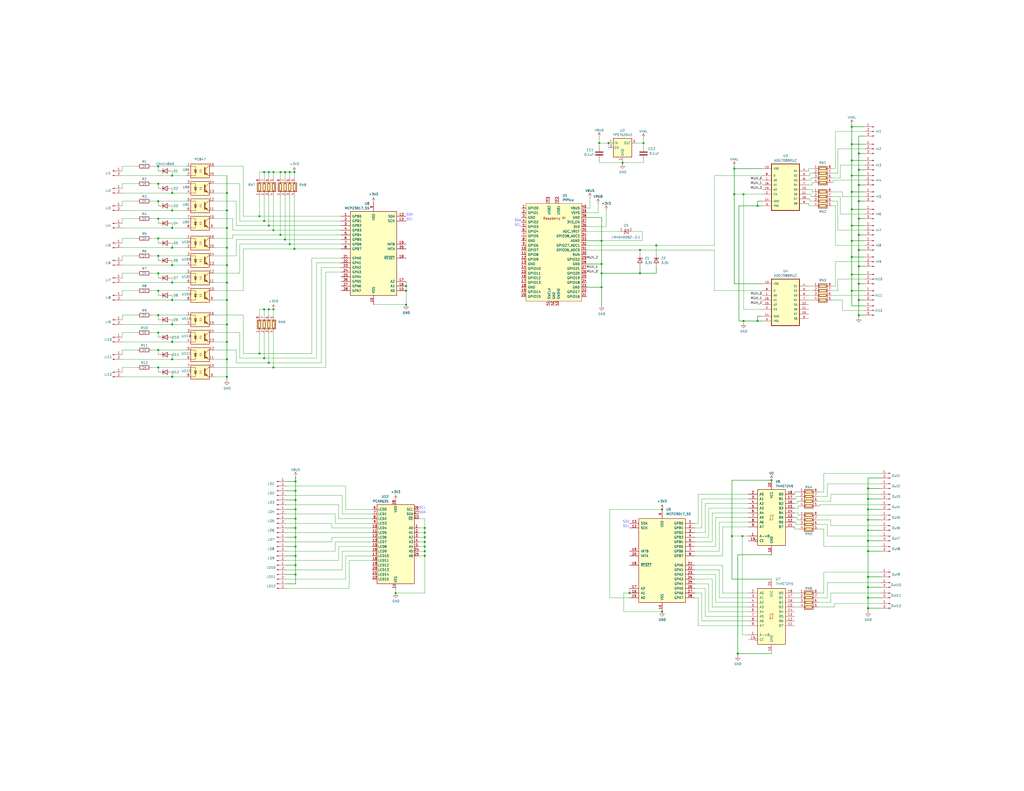
<source format=kicad_sch>
(kicad_sch (version 20250114) (generator "eeschema") (generator_version "9.0")
  (paper "C")
  (junction (at 158.115 93.98))
  (junction (at 473.71 314.96))
  (junction (at 473.71 272.415))
  (junction (at 123.825 135.255))
  (junction (at 161.29 298.45))
  (junction (at 468.63 83.82))
  (junction (at 86.36 100.33))
  (junction (at 221.615 156.21))
  (junction (at 473.71 289.56))
  (junction (at 231.775 298.45))
  (junction (at 328.295 156.845))
  (junction (at 86.36 172.085))
  (junction (at 473.71 332.105))
  (junction (at 473.71 283.845))
  (junction (at 468.63 163.83))
  (junction (at 161.29 313.69))
  (junction (at 93.98 144.78))
  (junction (at 343.535 323.85))
  (junction (at 123.825 196.215))
  (junction (at 468.63 92.71))
  (junction (at 93.98 163.83))
  (junction (at 421.005 262.255))
  (junction (at 468.63 172.085))
  (junction (at 231.775 290.83))
  (junction (at 361.315 334.01))
  (junction (at 86.36 149.225))
  (junction (at 93.98 154.305))
  (junction (at 464.82 69.215))
  (junction (at 86.36 90.805))
  (junction (at 327.025 78.105))
  (junction (at 146.685 168.91))
  (junction (at 231.775 295.91))
  (junction (at 231.775 300.99))
  (junction (at 473.71 266.7))
  (junction (at 161.29 303.53))
  (junction (at 405.13 292.735))
  (junction (at 221.615 166.37))
  (junction (at 473.71 295.275))
  (junction (at 123.825 124.46))
  (junction (at 123.825 114.935))
  (junction (at 86.36 130.175))
  (junction (at 468.63 119.38))
  (junction (at 161.29 267.97))
  (junction (at 358.14 133.985))
  (junction (at 123.825 205.74))
  (junction (at 351.155 78.105))
  (junction (at 215.9 323.85))
  (junction (at 464.82 104.775))
  (junction (at 93.98 177.165))
  (junction (at 93.98 135.255))
  (junction (at 464.82 149.86))
  (junction (at 153.035 128.27))
  (junction (at 349.25 149.225))
  (junction (at 161.29 308.61))
  (junction (at 413.385 175.26))
  (junction (at 123.825 144.78))
  (junction (at 349.25 136.525))
  (junction (at 400.685 106.045))
  (junction (at 144.145 195.58))
  (junction (at 86.36 139.7))
  (junction (at 221.615 158.75))
  (junction (at 161.29 273.05))
  (junction (at 468.63 145.415))
  (junction (at 144.145 168.91))
  (junction (at 93.98 205.74))
  (junction (at 399.415 292.735))
  (junction (at 93.98 186.69))
  (junction (at 155.575 93.98))
  (junction (at 123.825 154.305))
  (junction (at 468.63 154.94))
  (junction (at 361.315 278.13))
  (junction (at 161.29 278.13))
  (junction (at 141.605 118.11))
  (junction (at 161.29 283.21))
  (junction (at 231.775 293.37))
  (junction (at 464.82 158.75))
  (junction (at 413.385 112.395))
  (junction (at 328.295 144.145))
  (junction (at 405.765 106.045))
  (junction (at 402.59 356.87))
  (junction (at 161.29 288.29))
  (junction (at 93.98 114.935))
  (junction (at 93.98 95.885))
  (junction (at 464.82 95.885))
  (junction (at 473.71 326.39))
  (junction (at 405.765 175.26))
  (junction (at 473.71 320.675))
  (junction (at 464.82 123.19))
  (junction (at 155.575 130.81))
  (junction (at 93.98 196.215))
  (junction (at 144.145 120.65))
  (junction (at 160.655 135.89))
  (junction (at 231.775 288.29))
  (junction (at 149.225 200.66))
  (junction (at 146.685 93.98))
  (junction (at 86.36 200.66))
  (junction (at 153.035 93.98))
  (junction (at 464.82 131.445))
  (junction (at 146.685 198.12))
  (junction (at 464.82 87.63))
  (junction (at 339.725 88.9))
  (junction (at 93.98 105.41))
  (junction (at 144.145 93.98))
  (junction (at 149.225 168.91))
  (junction (at 86.36 191.135))
  (junction (at 161.29 262.89))
  (junction (at 464.82 140.335))
  (junction (at 468.63 128.27))
  (junction (at 141.605 193.04))
  (junction (at 332.105 78.105))
  (junction (at 146.685 123.19))
  (junction (at 149.225 125.73))
  (junction (at 158.115 133.35))
  (junction (at 161.29 293.37))
  (junction (at 464.82 114.3))
  (junction (at 468.63 100.965))
  (junction (at 86.36 158.75))
  (junction (at 473.71 300.99))
  (junction (at 328.295 131.445))
  (junction (at 468.63 136.525))
  (junction (at 123.825 177.165))
  (junction (at 473.71 278.13))
  (junction (at 123.825 105.41))
  (junction (at 400.685 92.075))
  (junction (at 231.775 303.53))
  (junction (at 123.825 163.83))
  (junction (at 468.63 109.855))
  (junction (at 160.655 93.98))
  (junction (at 86.36 181.61))
  (junction (at 86.36 109.855))
  (junction (at 464.82 78.74))
  (junction (at 93.98 124.46))
  (junction (at 328.295 149.225))
  (junction (at 149.225 93.98))
  (junction (at 123.825 186.69))
  (junction (at 86.36 119.38))
  (wire (pts (xy 434.975 273.685) (xy 434.975 274.955)))
  (wire (pts (xy 66.675 119.38) (xy 66.675 121.92)))
  (wire (pts (xy 116.84 205.74) (xy 123.825 205.74)))
  (wire (pts (xy 408.305 339.09) (xy 382.905 339.09)))
  (wire (pts (xy 93.98 121.92) (xy 93.98 124.46)))
  (wire (pts (xy 443.865 161.29) (xy 441.325 161.29)))
  (wire (pts (xy 399.415 316.23) (xy 421.005 316.23)) (stroke (width 0.254)))
  (wire (pts (xy 66.675 181.61) (xy 74.93 181.61)))
  (wire (pts (xy 394.335 323.85) (xy 394.335 308.61)))
  (wire (pts (xy 66.675 154.305) (xy 93.98 154.305)))
  (wire (pts (xy 471.805 71.755) (xy 455.93 71.755)))
  (wire (pts (xy 186.055 146.05) (xy 175.26 146.05)))
  (wire (pts (xy 408.305 274.955) (xy 384.81 274.955)))
  (wire (pts (xy 464.82 149.86) (xy 464.82 140.335)) (stroke (width 0.254)))
  (wire (pts (xy 358.14 133.985) (xy 358.14 138.43)))
  (wire (pts (xy 351.155 75.565) (xy 351.155 78.105)))
  (wire (pts (xy 347.345 78.105) (xy 351.155 78.105)))
  (wire (pts (xy 93.98 102.87) (xy 93.98 105.41)))
  (wire (pts (xy 464.82 95.885) (xy 464.82 87.63)) (stroke (width 0.254)))
  (wire (pts (xy 468.63 109.855) (xy 468.63 119.38)) (stroke (width 0.254)))
  (wire (pts (xy 459.74 104.775) (xy 459.74 107.315)))
  (wire (pts (xy 468.63 128.27) (xy 471.805 128.27)) (stroke (width 0.254)))
  (wire (pts (xy 82.55 149.225) (xy 86.36 149.225)))
  (wire (pts (xy 473.71 295.275) (xy 473.71 300.99)) (stroke (width 0.254)))
  (wire (pts (xy 146.685 107.315) (xy 146.685 123.19)))
  (wire (pts (xy 332.74 278.13) (xy 332.74 326.39)))
  (wire (pts (xy 82.55 119.38) (xy 86.36 119.38)))
  (wire (pts (xy 93.98 114.935) (xy 101.6 114.935)))
  (wire (pts (xy 161.29 273.05) (xy 161.29 278.13)) (stroke (width 0.254)))
  (wire (pts (xy 93.98 184.15) (xy 93.98 186.69)))
  (wire (pts (xy 455.295 331.47) (xy 455.295 329.565)))
  (wire (pts (xy 186.69 311.15) (xy 186.69 300.99)))
  (wire (pts (xy 480.695 260.985) (xy 473.71 260.985)) (stroke (width 0.254)))
  (wire (pts (xy 349.25 146.05) (xy 349.25 149.225)) (stroke (width 0.254)))
  (wire (pts (xy 93.98 193.675) (xy 93.98 196.215)))
  (wire (pts (xy 442.595 107.315) (xy 442.595 106.045)))
  (wire (pts (xy 436.245 281.305) (xy 435.61 281.305)))
  (wire (pts (xy 384.81 321.31) (xy 379.095 321.31)))
  (wire (pts (xy 436.245 326.39) (xy 433.705 326.39)))
  (wire (pts (xy 184.785 283.21) (xy 184.785 275.59)))
  (wire (pts (xy 161.29 303.53) (xy 161.29 308.61)) (stroke (width 0.254)))
  (wire (pts (xy 382.905 323.85) (xy 379.095 323.85)))
  (wire (pts (xy 149.225 200.66) (xy 177.8 200.66)))
  (wire (pts (xy 473.71 260.985) (xy 473.71 266.7)) (stroke (width 0.254)))
  (wire (pts (xy 86.36 149.225) (xy 101.6 149.225)))
  (wire (pts (xy 471.805 152.4) (xy 457.2 152.4)))
  (wire (pts (xy 93.98 161.29) (xy 93.98 163.83)))
  (wire (pts (xy 451.485 292.735) (xy 480.695 292.735)))
  (wire (pts (xy 116.84 114.935) (xy 123.825 114.935)))
  (wire (pts (xy 436.245 286.385) (xy 434.34 286.385)))
  (wire (pts (xy 455.93 133.985) (xy 471.805 133.985)))
  (wire (pts (xy 468.63 172.085) (xy 468.63 173.355)) (stroke (width 0.254)))
  (wire (pts (xy 184.785 275.59) (xy 156.21 275.59)))
  (wire (pts (xy 128.905 123.19) (xy 146.685 123.19)))
  (wire (pts (xy 93.98 105.41) (xy 101.6 105.41)))
  (wire (pts (xy 326.39 116.205) (xy 320.04 116.205)))
  (wire (pts (xy 116.84 90.805) (xy 132.715 90.805)))
  (wire (pts (xy 434.975 282.575) (xy 433.705 282.575)))
  (wire (pts (xy 408.305 280.035) (xy 388.62 280.035)))
  (wire (pts (xy 86.36 191.135) (xy 86.36 193.675)))
  (wire (pts (xy 93.98 132.715) (xy 93.98 135.255)))
  (wire (pts (xy 405.13 292.735) (xy 405.13 346.71)))
  (wire (pts (xy 123.825 196.215) (xy 123.825 205.74)) (stroke (width 0.254)))
  (wire (pts (xy 327.025 74.93) (xy 327.025 78.105)))
  (wire (pts (xy 116.84 144.78) (xy 123.825 144.78)))
  (wire (pts (xy 468.63 163.83) (xy 468.63 172.085)) (stroke (width 0.254)))
  (wire (pts (xy 66.675 124.46) (xy 93.98 124.46)))
  (wire (pts (xy 231.775 303.53) (xy 231.775 323.85)))
  (wire (pts (xy 464.82 78.74) (xy 464.82 69.215)) (stroke (width 0.254)))
  (wire (pts (xy 468.63 128.27) (xy 468.63 136.525)) (stroke (width 0.254)))
  (wire (pts (xy 161.29 288.29) (xy 161.29 293.37)) (stroke (width 0.254)))
  (wire (pts (xy 408.305 331.47) (xy 388.62 331.47)))
  (wire (pts (xy 433.705 288.925) (xy 433.705 287.655)))
  (wire (pts (xy 160.655 135.89) (xy 186.055 135.89)))
  (wire (pts (xy 144.145 168.91) (xy 144.145 172.085)))
  (wire (pts (xy 443.865 92.075) (xy 441.325 92.075)))
  (wire (pts (xy 386.715 318.77) (xy 379.095 318.77)))
  (wire (pts (xy 66.675 109.855) (xy 74.93 109.855)))
  (wire (pts (xy 180.975 285.75) (xy 180.975 288.29)))
  (wire (pts (xy 221.615 166.37) (xy 203.835 166.37)))
  (wire (pts (xy 443.865 94.615) (xy 441.96 94.615)))
  (wire (pts (xy 86.36 100.33) (xy 101.6 100.33)))
  (wire (pts (xy 464.82 131.445) (xy 464.82 123.19)) (stroke (width 0.254)))
  (wire (pts (xy 155.575 130.81) (xy 186.055 130.81)))
  (wire (pts (xy 116.84 200.66) (xy 149.225 200.66)))
  (wire (pts (xy 82.55 100.33) (xy 86.36 100.33)))
  (wire (pts (xy 156.21 262.89) (xy 161.29 262.89)) (stroke (width 0.254)))
  (wire (pts (xy 123.825 177.165) (xy 123.825 186.69)) (stroke (width 0.254)))
  (wire (pts (xy 177.8 148.59) (xy 177.8 200.66)))
  (wire (pts (xy 468.63 119.38) (xy 468.63 128.27)) (stroke (width 0.254)))
  (wire (pts (xy 66.675 181.61) (xy 66.675 184.15)))
  (wire (pts (xy 86.36 149.225) (xy 86.36 151.765)))
  (wire (pts (xy 453.39 283.845) (xy 453.39 287.02)))
  (wire (pts (xy 116.84 124.46) (xy 123.825 124.46)))
  (wire (pts (xy 330.835 114.935) (xy 330.835 123.825)))
  (wire (pts (xy 156.21 283.21) (xy 161.29 283.21)) (stroke (width 0.254)))
  (wire (pts (xy 186.69 300.99) (xy 203.2 300.99)))
  (wire (pts (xy 358.14 146.05) (xy 358.14 149.225)) (stroke (width 0.254)))
  (wire (pts (xy 320.04 144.145) (xy 328.295 144.145)) (stroke (width 0.254)))
  (wire (pts (xy 172.72 143.51) (xy 172.72 195.58)))
  (wire (pts (xy 123.825 144.78) (xy 123.825 154.305)) (stroke (width 0.254)))
  (wire (pts (xy 153.035 93.98) (xy 155.575 93.98)))
  (wire (pts (xy 446.405 331.47) (xy 455.295 331.47)))
  (wire (pts (xy 161.29 278.13) (xy 161.29 283.21)) (stroke (width 0.254)))
  (wire (pts (xy 66.675 191.135) (xy 74.93 191.135)))
  (wire (pts (xy 231.775 293.37) (xy 231.775 295.91)))
  (wire (pts (xy 186.055 143.51) (xy 172.72 143.51)))
  (wire (pts (xy 82.55 90.805) (xy 86.36 90.805)))
  (wire (pts (xy 436.245 276.225) (xy 435.61 276.225)))
  (wire (pts (xy 468.63 119.38) (xy 471.805 119.38)) (stroke (width 0.254)))
  (wire (pts (xy 86.36 119.38) (xy 101.6 119.38)))
  (wire (pts (xy 93.98 203.2) (xy 93.98 205.74)))
  (wire (pts (xy 459.74 163.83) (xy 454.025 163.83)))
  (wire (pts (xy 471.805 158.75) (xy 464.82 158.75)) (stroke (width 0.254)))
  (wire (pts (xy 388.62 316.23) (xy 379.095 316.23)))
  (wire (pts (xy 326.39 111.125) (xy 326.39 116.205)))
  (wire (pts (xy 464.82 158.75) (xy 464.82 149.86)) (stroke (width 0.254)))
  (wire (pts (xy 116.84 181.61) (xy 130.81 181.61)))
  (wire (pts (xy 146.685 168.91) (xy 149.225 168.91)))
  (wire (pts (xy 86.36 109.855) (xy 86.36 112.395)))
  (wire (pts (xy 146.685 198.12) (xy 175.26 198.12)))
  (wire (pts (xy 468.63 100.965) (xy 468.63 109.855)) (stroke (width 0.254)))
  (wire (pts (xy 392.43 326.39) (xy 392.43 311.15)))
  (wire (pts (xy 457.2 109.855) (xy 457.2 125.73)))
  (wire (pts (xy 231.775 303.53) (xy 228.6 303.53)))
  (wire (pts (xy 66.675 177.165) (xy 93.98 177.165)))
  (wire (pts (xy 156.21 303.53) (xy 161.29 303.53)) (stroke (width 0.254)))
  (wire (pts (xy 471.805 169.545) (xy 459.74 169.545)))
  (wire (pts (xy 386.715 277.495) (xy 386.715 293.37)))
  (wire (pts (xy 231.775 288.29) (xy 231.775 290.83)))
  (wire (pts (xy 441.96 108.585) (xy 441.325 108.585)))
  (wire (pts (xy 408.305 328.93) (xy 390.525 328.93)))
  (wire (pts (xy 446.405 268.605) (xy 449.58 268.605)))
  (wire (pts (xy 421.005 302.895) (xy 402.59 302.895)) (stroke (width 0.254)))
  (wire (pts (xy 190.5 321.31) (xy 156.21 321.31)))
  (wire (pts (xy 464.82 114.3) (xy 464.82 104.775)) (stroke (width 0.254)))
  (wire (pts (xy 454.025 109.855) (xy 457.2 109.855)))
  (wire (pts (xy 156.21 293.37) (xy 161.29 293.37)) (stroke (width 0.254)))
  (wire (pts (xy 320.04 156.845) (xy 328.295 156.845)) (stroke (width 0.254)))
  (wire (pts (xy 127 128.27) (xy 127 130.175)))
  (wire (pts (xy 457.2 81.28) (xy 457.2 94.615)))
  (wire (pts (xy 468.63 136.525) (xy 468.63 145.415)) (stroke (width 0.254)))
  (wire (pts (xy 480.695 278.13) (xy 473.71 278.13)) (stroke (width 0.254)))
  (wire (pts (xy 144.145 182.245) (xy 144.145 195.58)))
  (wire (pts (xy 186.69 280.67) (xy 203.2 280.67)))
  (wire (pts (xy 447.04 275.59) (xy 480.695 275.59)))
  (wire (pts (xy 182.88 280.67) (xy 182.88 285.75)))
  (wire (pts (xy 215.9 323.85) (xy 231.775 323.85)))
  (wire (pts (xy 180.975 293.37) (xy 180.975 295.91)))
  (wire (pts (xy 480.695 266.7) (xy 473.71 266.7)) (stroke (width 0.254)))
  (wire (pts (xy 188.595 265.43) (xy 188.595 278.13)))
  (wire (pts (xy 156.21 280.67) (xy 182.88 280.67)))
  (wire (pts (xy 66.675 109.855) (xy 66.675 112.395)))
  (wire (pts (xy 441.325 92.075) (xy 441.325 93.345)))
  (wire (pts (xy 454.025 112.395) (xy 455.93 112.395)))
  (wire (pts (xy 86.36 90.805) (xy 86.36 93.345)))
  (wire (pts (xy 144.145 107.315) (xy 144.145 120.65)))
  (wire (pts (xy 66.675 200.66) (xy 74.93 200.66)))
  (wire (pts (xy 156.21 265.43) (xy 188.595 265.43)))
  (wire (pts (xy 123.825 163.83) (xy 123.825 177.165)) (stroke (width 0.254)))
  (wire (pts (xy 340.36 334.01) (xy 361.315 334.01)))
  (wire (pts (xy 332.74 326.39) (xy 343.535 326.39)))
  (wire (pts (xy 144.145 93.98) (xy 144.145 97.155)))
  (wire (pts (xy 221.615 156.21) (xy 221.615 158.75)))
  (wire (pts (xy 186.69 270.51) (xy 186.69 280.67)))
  (wire (pts (xy 390.525 313.69) (xy 379.095 313.69)))
  (wire (pts (xy 158.115 93.98) (xy 160.655 93.98)))
  (wire (pts (xy 455.295 329.565) (xy 480.695 329.565)))
  (wire (pts (xy 66.675 90.805) (xy 74.93 90.805)))
  (wire (pts (xy 399.415 262.255) (xy 399.415 292.735)) (stroke (width 0.254)))
  (wire (pts (xy 388.62 295.91) (xy 379.095 295.91)))
  (wire (pts (xy 379.095 300.99) (xy 392.43 300.99)))
  (wire (pts (xy 436.245 328.93) (xy 433.705 328.93)))
  (wire (pts (xy 434.34 271.145) (xy 434.34 272.415)))
  (wire (pts (xy 320.04 126.365) (xy 337.82 126.365)))
  (wire (pts (xy 442.595 98.425) (xy 441.325 98.425)))
  (wire (pts (xy 141.605 168.91) (xy 144.145 168.91)))
  (wire (pts (xy 144.145 93.98) (xy 146.685 93.98)))
  (wire (pts (xy 480.695 283.845) (xy 473.71 283.845)) (stroke (width 0.254)))
  (wire (pts (xy 93.98 93.345) (xy 93.98 95.885)))
  (wire (pts (xy 471.805 104.775) (xy 464.82 104.775)) (stroke (width 0.254)))
  (wire (pts (xy 231.775 283.21) (xy 231.775 288.29)))
  (wire (pts (xy 93.98 186.69) (xy 101.6 186.69)))
  (wire (pts (xy 443.865 163.83) (xy 441.325 163.83)))
  (wire (pts (xy 130.81 120.65) (xy 144.145 120.65)))
  (wire (pts (xy 156.21 298.45) (xy 161.29 298.45)) (stroke (width 0.254)))
  (wire (pts (xy 451.485 318.135) (xy 451.485 326.39)))
  (wire (pts (xy 345.44 126.365) (xy 350.52 126.365)))
  (wire (pts (xy 480.695 264.16) (xy 451.485 264.16)))
  (wire (pts (xy 415.925 95.885) (xy 389.89 95.885)))
  (wire (pts (xy 231.775 293.37) (xy 228.6 293.37)))
  (wire (pts (xy 123.825 105.41) (xy 123.825 114.935)) (stroke (width 0.254)))
  (wire (pts (xy 480.695 272.415) (xy 473.71 272.415)) (stroke (width 0.254)))
  (wire (pts (xy 459.74 107.315) (xy 471.805 107.315)))
  (wire (pts (xy 182.88 300.99) (xy 156.21 300.99)))
  (wire (pts (xy 321.945 113.665) (xy 320.04 113.665)))
  (wire (pts (xy 149.225 182.245) (xy 149.225 200.66)))
  (wire (pts (xy 441.96 94.615) (xy 441.96 95.885)))
  (wire (pts (xy 132.715 193.04) (xy 141.605 193.04)))
  (wire (pts (xy 328.295 149.225) (xy 328.295 156.845)) (stroke (width 0.254)))
  (wire (pts (xy 332.74 278.13) (xy 361.315 278.13)))
  (wire (pts (xy 149.225 168.91) (xy 149.225 172.085)))
  (wire (pts (xy 123.825 186.69) (xy 123.825 196.215)) (stroke (width 0.254)))
  (wire (pts (xy 471.805 145.415) (xy 468.63 145.415)) (stroke (width 0.254)))
  (wire (pts (xy 471.805 95.885) (xy 464.82 95.885)) (stroke (width 0.254)))
  (wire (pts (xy 132.715 90.805) (xy 132.715 118.11)))
  (wire (pts (xy 400.685 92.075) (xy 400.685 90.805)) (stroke (width 0.254)))
  (wire (pts (xy 116.84 149.225) (xy 130.81 149.225)))
  (wire (pts (xy 82.55 139.7) (xy 86.36 139.7)))
  (wire (pts (xy 468.63 172.085) (xy 471.805 172.085)) (stroke (width 0.254)))
  (wire (pts (xy 93.98 174.625) (xy 93.98 177.165)))
  (wire (pts (xy 443.23 103.505) (xy 441.325 103.505)))
  (wire (pts (xy 180.975 295.91) (xy 156.21 295.91)))
  (wire (pts (xy 116.84 119.38) (xy 127 119.38)))
  (wire (pts (xy 471.805 87.63) (xy 464.82 87.63)) (stroke (width 0.254)))
  (wire (pts (xy 86.36 109.855) (xy 101.6 109.855)))
  (wire (pts (xy 156.21 290.83) (xy 203.2 290.83)))
  (wire (pts (xy 93.98 135.255) (xy 101.6 135.255)))
  (wire (pts (xy 203.2 303.53) (xy 188.595 303.53)))
  (wire (pts (xy 464.82 114.3) (xy 464.82 123.19)) (stroke (width 0.254)))
  (wire (pts (xy 480.695 332.105) (xy 473.71 332.105)) (stroke (width 0.254)))
  (wire (pts (xy 146.685 172.085) (xy 146.685 168.91)))
  (wire (pts (xy 457.2 94.615) (xy 454.025 94.615)))
  (wire (pts (xy 468.63 109.855) (xy 471.805 109.855)) (stroke (width 0.254)))
  (wire (pts (xy 442.595 106.045) (xy 441.325 106.045)))
  (wire (pts (xy 86.36 139.7) (xy 101.6 139.7)))
  (wire (pts (xy 161.29 308.61) (xy 161.29 313.69)) (stroke (width 0.254)))
  (wire (pts (xy 471.805 74.295) (xy 468.63 74.295)) (stroke (width 0.254)))
  (wire (pts (xy 436.245 331.47) (xy 433.705 331.47)))
  (wire (pts (xy 66.675 114.935) (xy 93.98 114.935)))
  (wire (pts (xy 93.98 95.885) (xy 101.6 95.885)))
  (wire (pts (xy 86.36 158.75) (xy 101.6 158.75)))
  (wire (pts (xy 468.63 83.82) (xy 468.63 92.71)) (stroke (width 0.254)))
  (wire (pts (xy 156.21 311.15) (xy 186.69 311.15)))
  (wire (pts (xy 382.905 339.09) (xy 382.905 323.85)))
  (wire (pts (xy 141.605 97.155) (xy 141.605 93.98)))
  (wire (pts (xy 468.63 154.94) (xy 468.63 163.83)) (stroke (width 0.254)))
  (wire (pts (xy 86.36 172.085) (xy 86.36 174.625)))
  (wire (pts (xy 66.675 172.085) (xy 66.675 174.625)))
  (wire (pts (xy 149.225 125.73) (xy 186.055 125.73)))
  (wire (pts (xy 116.84 158.75) (xy 132.715 158.75)))
  (wire (pts (xy 66.675 130.175) (xy 74.93 130.175)))
  (wire (pts (xy 82.55 181.61) (xy 86.36 181.61)))
  (wire (pts (xy 443.865 99.695) (xy 443.23 99.695)))
  (wire (pts (xy 443.865 158.75) (xy 441.325 158.75)))
  (wire (pts (xy 446.405 273.685) (xy 453.39 273.685)))
  (wire (pts (xy 413.385 172.72) (xy 413.385 175.26)) (stroke (width 0.254)))
  (wire (pts (xy 382.905 288.29) (xy 379.095 288.29)))
  (wire (pts (xy 400.685 154.94) (xy 415.925 154.94)) (stroke (width 0.254)))
  (wire (pts (xy 436.245 283.845) (xy 434.975 283.845)))
  (wire (pts (xy 441.325 112.395) (xy 441.325 111.125)))
  (wire (pts (xy 435.61 276.225) (xy 435.61 277.495)))
  (wire (pts (xy 203.2 298.45) (xy 184.785 298.45)))
  (wire (pts (xy 184.785 306.07) (xy 156.21 306.07)))
  (wire (pts (xy 384.81 336.55) (xy 384.81 321.31)))
  (wire (pts (xy 446.405 283.845) (xy 453.39 283.845)))
  (wire (pts (xy 457.2 158.75) (xy 454.025 158.75)))
  (wire (pts (xy 399.415 292.735) (xy 399.415 316.23)) (stroke (width 0.254)))
  (wire (pts (xy 328.295 131.445) (xy 328.295 144.145)) (stroke (width 0.254)))
  (wire (pts (xy 66.675 205.74) (xy 93.98 205.74)))
  (wire (pts (xy 408.305 282.575) (xy 390.525 282.575)))
  (wire (pts (xy 327.025 78.105) (xy 332.105 78.105)))
  (wire (pts (xy 351.155 87.63) (xy 351.155 88.9)))
  (wire (pts (xy 421.005 262.255) (xy 399.415 262.255)) (stroke (width 0.254)))
  (wire (pts (xy 231.775 290.83) (xy 231.775 293.37)))
  (wire (pts (xy 394.335 303.53) (xy 379.095 303.53)))
  (wire (pts (xy 453.39 287.02) (xy 480.695 287.02)))
  (wire (pts (xy 128.905 109.855) (xy 128.905 123.19)))
  (wire (pts (xy 132.715 172.085) (xy 132.715 193.04)))
  (wire (pts (xy 449.58 323.85) (xy 449.58 312.42)))
  (wire (pts (xy 116.84 191.135) (xy 128.905 191.135)))
  (wire (pts (xy 471.805 69.215) (xy 464.82 69.215)) (stroke (width 0.254)))
  (wire (pts (xy 186.055 140.97) (xy 170.18 140.97)))
  (wire (pts (xy 454.025 161.29) (xy 471.805 161.29)))
  (wire (pts (xy 116.84 95.885) (xy 123.825 95.885)))
  (wire (pts (xy 141.605 118.11) (xy 186.055 118.11)))
  (wire (pts (xy 156.21 270.51) (xy 186.69 270.51)))
  (wire (pts (xy 434.975 283.845) (xy 434.975 282.575)))
  (wire (pts (xy 320.04 118.745) (xy 328.295 118.745)) (stroke (width 0.254)))
  (wire (pts (xy 116.84 139.7) (xy 128.905 139.7)))
  (wire (pts (xy 451.485 326.39) (xy 446.405 326.39)))
  (wire (pts (xy 231.775 298.45) (xy 231.775 300.99)))
  (wire (pts (xy 188.595 316.23) (xy 156.21 316.23)))
  (wire (pts (xy 403.225 175.26) (xy 405.765 175.26)) (stroke (width 0.254)))
  (wire (pts (xy 403.225 112.395) (xy 403.225 175.26)) (stroke (width 0.254)))
  (wire (pts (xy 343.535 323.85) (xy 340.36 323.85)))
  (wire (pts (xy 471.805 131.445) (xy 464.82 131.445)) (stroke (width 0.254)))
  (wire (pts (xy 66.675 158.75) (xy 74.93 158.75)))
  (wire (pts (xy 144.145 168.91) (xy 146.685 168.91)))
  (wire (pts (xy 402.59 356.87) (xy 421.005 356.87)) (stroke (width 0.254)))
  (wire (pts (xy 408.305 341.63) (xy 381 341.63)))
  (wire (pts (xy 388.62 331.47) (xy 388.62 316.23)))
  (wire (pts (xy 471.805 140.335) (xy 464.82 140.335)) (stroke (width 0.254)))
  (wire (pts (xy 328.295 144.145) (xy 328.295 149.225)) (stroke (width 0.254)))
  (wire (pts (xy 473.71 272.415) (xy 473.71 278.13)) (stroke (width 0.254)))
  (wire (pts (xy 66.675 95.885) (xy 93.98 95.885)))
  (wire (pts (xy 389.89 136.525) (xy 389.89 158.75)))
  (wire (pts (xy 454.66 99.695) (xy 454.66 98.425)))
  (wire (pts (xy 436.245 271.145) (xy 434.34 271.145)))
  (wire (pts (xy 449.58 268.605) (xy 449.58 258.445)))
  (wire (pts (xy 408.305 336.55) (xy 384.81 336.55)))
  (wire (pts (xy 455.93 142.875) (xy 455.93 156.21)))
  (wire (pts (xy 453.39 269.875) (xy 480.695 269.875)))
  (wire (pts (xy 332.105 78.105) (xy 332.105 80.645)))
  (wire (pts (xy 471.805 142.875) (xy 455.93 142.875)))
  (wire (pts (xy 221.615 153.67) (xy 221.615 156.21)))
  (wire (pts (xy 455.93 133.985) (xy 455.93 112.395)))
  (wire (pts (xy 434.34 285.115) (xy 433.705 285.115)))
  (wire (pts (xy 473.71 320.675) (xy 473.71 326.39)) (stroke (width 0.254)))
  (wire (pts (xy 343.535 321.31) (xy 343.535 323.85)))
  (wire (pts (xy 413.385 172.72) (xy 415.925 172.72)) (stroke (width 0.254)))
  (wire (pts (xy 459.74 104.775) (xy 454.025 104.775)))
  (wire (pts (xy 413.385 109.855) (xy 413.385 112.395)) (stroke (width 0.254)))
  (wire (pts (xy 66.675 100.33) (xy 66.675 102.87)))
  (wire (pts (xy 473.71 283.845) (xy 473.71 289.56)) (stroke (width 0.254)))
  (wire (pts (xy 349.25 149.225) (xy 358.14 149.225)) (stroke (width 0.254)))
  (wire (pts (xy 415.925 106.045) (xy 405.765 106.045)))
  (wire (pts (xy 413.385 109.855) (xy 415.925 109.855)) (stroke (width 0.254)))
  (wire (pts (xy 321.945 107.95) (xy 321.945 113.665)))
  (wire (pts (xy 382.905 272.415) (xy 382.905 288.29)))
  (wire (pts (xy 390.525 282.575) (xy 390.525 298.45)))
  (wire (pts (xy 146.685 97.155) (xy 146.685 93.98)))
  (wire (pts (xy 468.63 100.965) (xy 471.805 100.965)) (stroke (width 0.254)))
  (wire (pts (xy 144.145 195.58) (xy 172.72 195.58)))
  (wire (pts (xy 349.25 136.525) (xy 389.89 136.525)))
  (wire (pts (xy 392.43 285.115) (xy 392.43 300.99)))
  (wire (pts (xy 86.36 100.33) (xy 86.36 102.87)))
  (wire (pts (xy 449.58 298.45) (xy 480.695 298.45)))
  (wire (pts (xy 93.98 196.215) (xy 101.6 196.215)))
  (wire (pts (xy 458.47 97.155) (xy 454.025 97.155)))
  (wire (pts (xy 128.905 139.7) (xy 128.905 130.81)))
  (wire (pts (xy 468.63 83.82) (xy 471.805 83.82)) (stroke (width 0.254)))
  (wire (pts (xy 381 326.39) (xy 379.095 326.39)))
  (wire (pts (xy 405.13 346.71) (xy 408.305 346.71)))
  (wire (pts (xy 434.975 274.955) (xy 433.705 274.955)))
  (wire (pts (xy 436.245 268.605) (xy 433.705 268.605)))
  (wire (pts (xy 184.785 298.45) (xy 184.785 306.07)))
  (wire (pts (xy 66.675 100.33) (xy 74.93 100.33)))
  (wire (pts (xy 457.2 125.73) (xy 471.805 125.73)))
  (wire (pts (xy 66.675 191.135) (xy 66.675 193.675)))
  (wire (pts (xy 435.61 281.305) (xy 435.61 280.035)))
  (wire (pts (xy 231.775 295.91) (xy 228.6 295.91)))
  (wire (pts (xy 349.25 138.43) (xy 349.25 136.525)))
  (wire (pts (xy 320.04 131.445) (xy 328.295 131.445)) (stroke (width 0.254)))
  (wire (pts (xy 228.6 283.21) (xy 231.775 283.21)))
  (wire (pts (xy 464.82 167.005) (xy 464.82 158.75)) (stroke (width 0.254)))
  (wire (pts (xy 82.55 191.135) (xy 86.36 191.135)))
  (wire (pts (xy 116.84 109.855) (xy 128.905 109.855)))
  (wire (pts (xy 473.71 278.13) (xy 473.71 283.845)) (stroke (width 0.254)))
  (wire (pts (xy 128.905 198.12) (xy 146.685 198.12)))
  (wire (pts (xy 132.715 135.89) (xy 160.655 135.89)))
  (wire (pts (xy 190.5 306.07) (xy 190.5 321.31)))
  (wire (pts (xy 443.865 107.315) (xy 442.595 107.315)))
  (wire (pts (xy 386.715 293.37) (xy 379.095 293.37)))
  (wire (pts (xy 161.29 260.35) (xy 161.29 262.89)) (stroke (width 0.254)))
  (wire (pts (xy 330.835 123.825) (xy 320.04 123.825)))
  (wire (pts (xy 153.035 107.315) (xy 153.035 128.27)))
  (wire (pts (xy 434.34 286.385) (xy 434.34 285.115)))
  (wire (pts (xy 443.865 156.21) (xy 441.325 156.21)))
  (wire (pts (xy 66.675 139.7) (xy 74.93 139.7)))
  (wire (pts (xy 358.14 133.985) (xy 320.04 133.985)))
  (wire (pts (xy 471.805 123.19) (xy 464.82 123.19)) (stroke (width 0.254)))
  (wire (pts (xy 413.385 112.395) (xy 415.925 112.395)) (stroke (width 0.254)))
  (wire (pts (xy 350.52 126.365) (xy 350.52 131.445)))
  (wire (pts (xy 155.575 93.98) (xy 158.115 93.98)))
  (wire (pts (xy 161.29 267.97) (xy 161.29 273.05)) (stroke (width 0.254)))
  (wire (pts (xy 394.335 308.61) (xy 379.095 308.61)))
  (wire (pts (xy 451.485 286.385) (xy 451.485 292.735)))
  (wire (pts (xy 328.295 149.225) (xy 349.25 149.225)) (stroke (width 0.254)))
  (wire (pts (xy 188.595 303.53) (xy 188.595 316.23)))
  (wire (pts (xy 66.675 158.75) (xy 66.675 161.29)))
  (wire (pts (xy 464.82 87.63) (xy 464.82 78.74)) (stroke (width 0.254)))
  (wire (pts (xy 405.765 175.26) (xy 413.385 175.26)) (stroke (width 0.254)))
  (wire (pts (xy 86.36 200.66) (xy 86.36 203.2)))
  (wire (pts (xy 394.335 287.655) (xy 394.335 303.53)))
  (wire (pts (xy 86.36 200.66) (xy 101.6 200.66)))
  (wire (pts (xy 66.675 130.175) (xy 66.675 132.715)))
  (wire (pts (xy 443.865 97.155) (xy 442.595 97.155)))
  (wire (pts (xy 86.36 119.38) (xy 86.36 121.92)))
  (wire (pts (xy 158.115 133.35) (xy 186.055 133.35)))
  (wire (pts (xy 93.98 205.74) (xy 101.6 205.74)))
  (wire (pts (xy 408.305 326.39) (xy 392.43 326.39)))
  (wire (pts (xy 156.21 278.13) (xy 161.29 278.13)) (stroke (width 0.254)))
  (wire (pts (xy 441.96 109.855) (xy 441.96 108.585)))
  (wire (pts (xy 130.81 100.33) (xy 130.81 120.65)))
  (wire (pts (xy 161.29 313.69) (xy 161.29 318.77)) (stroke (width 0.254)))
  (wire (pts (xy 449.58 312.42) (xy 480.695 312.42)))
  (wire (pts (xy 340.36 334.01) (xy 340.36 323.85)))
  (wire (pts (xy 451.485 271.145) (xy 446.405 271.145)))
  (wire (pts (xy 458.47 107.315) (xy 458.47 116.84)))
  (wire (pts (xy 436.245 288.925) (xy 433.705 288.925)))
  (wire (pts (xy 231.775 295.91) (xy 231.775 298.45)))
  (wire (pts (xy 66.675 105.41) (xy 93.98 105.41)))
  (wire (pts (xy 128.905 130.81) (xy 155.575 130.81)))
  (wire (pts (xy 116.84 186.69) (xy 123.825 186.69)))
  (wire (pts (xy 86.36 181.61) (xy 101.6 181.61)))
  (wire (pts (xy 141.605 182.245) (xy 141.605 193.04)))
  (wire (pts (xy 389.89 95.885) (xy 389.89 133.985)))
  (wire (pts (xy 93.98 154.305) (xy 101.6 154.305)))
  (wire (pts (xy 480.695 314.96) (xy 473.71 314.96)) (stroke (width 0.254)))
  (wire (pts (xy 146.685 182.245) (xy 146.685 198.12)))
  (wire (pts (xy 328.295 131.445) (xy 350.52 131.445)))
  (wire (pts (xy 446.405 286.385) (xy 451.485 286.385)))
  (wire (pts (xy 66.675 139.7) (xy 66.675 142.24)))
  (wire (pts (xy 141.605 93.98) (xy 144.145 93.98)))
  (wire (pts (xy 161.29 262.89) (xy 161.29 267.97)) (stroke (width 0.254)))
  (wire (pts (xy 403.225 112.395) (xy 413.385 112.395)) (stroke (width 0.254)))
  (wire (pts (xy 405.765 106.045) (xy 405.765 168.91)))
  (wire (pts (xy 351.155 88.9) (xy 339.725 88.9)))
  (wire (pts (xy 464.82 131.445) (xy 464.82 140.335)) (stroke (width 0.254)))
  (wire (pts (xy 408.305 334.01) (xy 386.715 334.01)))
  (wire (pts (xy 464.82 104.775) (xy 464.82 95.885)) (stroke (width 0.254)))
  (wire (pts (xy 116.84 100.33) (xy 130.81 100.33)))
  (wire (pts (xy 66.675 149.225) (xy 74.93 149.225)))
  (wire (pts (xy 436.245 323.85) (xy 433.705 323.85)))
  (wire (pts (xy 66.675 149.225) (xy 66.675 151.765)))
  (wire (pts (xy 170.18 140.97) (xy 170.18 193.04)))
  (wire (pts (xy 153.035 97.155) (xy 153.035 93.98)))
  (wire (pts (xy 231.775 288.29) (xy 228.6 288.29)))
  (wire (pts (xy 66.675 135.255) (xy 93.98 135.255)))
  (wire (pts (xy 400.685 106.045) (xy 405.765 106.045)))
  (wire (pts (xy 231.775 300.99) (xy 231.775 303.53)))
  (wire (pts (xy 405.765 168.91) (xy 415.925 168.91)))
  (wire (pts (xy 127 125.73) (xy 149.225 125.73)))
  (wire (pts (xy 455.93 71.755) (xy 455.93 92.075)))
  (wire (pts (xy 132.715 158.75) (xy 132.715 135.89)))
  (wire (pts (xy 82.55 158.75) (xy 86.36 158.75)))
  (wire (pts (xy 180.975 293.37) (xy 203.2 293.37)))
  (wire (pts (xy 386.715 334.01) (xy 386.715 318.77)))
  (wire (pts (xy 408.305 269.875) (xy 381 269.875)))
  (wire (pts (xy 86.36 130.175) (xy 86.36 132.715)))
  (wire (pts (xy 435.61 277.495) (xy 433.705 277.495)))
  (wire (pts (xy 390.525 328.93) (xy 390.525 313.69)))
  (wire (pts (xy 182.88 295.91) (xy 182.88 300.99)))
  (wire (pts (xy 339.725 88.9) (xy 339.725 88.265)))
  (wire (pts (xy 86.36 130.175) (xy 101.6 130.175)))
  (wire (pts (xy 82.55 109.855) (xy 86.36 109.855)))
  (wire (pts (xy 464.82 67.945) (xy 464.82 69.215)) (stroke (width 0.254)))
  (wire (pts (xy 123.825 95.885) (xy 123.825 105.41)) (stroke (width 0.254)))
  (wire (pts (xy 156.21 285.75) (xy 180.975 285.75)))
  (wire (pts (xy 473.71 289.56) (xy 473.71 295.275)) (stroke (width 0.254)))
  (wire (pts (xy 405.765 176.53) (xy 405.765 175.26)))
  (wire (pts (xy 413.385 175.26) (xy 415.925 175.26)) (stroke (width 0.254)))
  (wire (pts (xy 66.675 172.085) (xy 74.93 172.085)))
  (wire (pts (xy 408.305 272.415) (xy 382.905 272.415)))
  (wire (pts (xy 203.2 283.21) (xy 184.785 283.21)))
  (wire (pts (xy 146.685 93.98) (xy 149.225 93.98)))
  (wire (pts (xy 66.675 186.69) (xy 93.98 186.69)))
  (wire (pts (xy 408.305 292.735) (xy 405.13 292.735)))
  (wire (pts (xy 116.84 172.085) (xy 132.715 172.085)))
  (wire (pts (xy 443.865 104.775) (xy 443.23 104.775)))
  (wire (pts (xy 446.405 281.305) (xy 480.695 281.305)))
  (wire (pts (xy 160.655 93.98) (xy 160.655 97.155)))
  (wire (pts (xy 82.55 130.175) (xy 86.36 130.175)))
  (wire (pts (xy 161.29 260.35) (xy 161.29 262.89)))
  (wire (pts (xy 454.66 98.425) (xy 471.805 98.425)))
  (wire (pts (xy 351.155 78.105) (xy 351.155 80.01)))
  (wire (pts (xy 473.71 326.39) (xy 473.71 332.105)) (stroke (width 0.254)))
  (wire (pts (xy 182.88 285.75) (xy 203.2 285.75)))
  (wire (pts (xy 123.825 124.46) (xy 123.825 135.255)) (stroke (width 0.254)))
  (wire (pts (xy 480.695 318.135) (xy 451.485 318.135)))
  (wire (pts (xy 381 285.75) (xy 379.095 285.75)))
  (wire (pts (xy 141.605 193.04) (xy 170.18 193.04)))
  (wire (pts (xy 130.81 149.225) (xy 130.81 133.35)))
  (wire (pts (xy 93.98 163.83) (xy 101.6 163.83)))
  (wire (pts (xy 231.775 298.45) (xy 228.6 298.45)))
  (wire (pts (xy 446.405 323.85) (xy 449.58 323.85)))
  (wire (pts (xy 349.25 136.525) (xy 320.04 136.525)))
  (wire (pts (xy 381 341.63) (xy 381 326.39)))
  (wire (pts (xy 93.98 177.165) (xy 101.6 177.165)))
  (wire (pts (xy 441.96 95.885) (xy 441.325 95.885)))
  (wire (pts (xy 149.225 93.98) (xy 149.225 97.155)))
  (wire (pts (xy 446.405 276.225) (xy 447.04 276.225)))
  (wire (pts (xy 471.805 90.17) (xy 458.47 90.17)))
  (wire (pts (xy 66.675 200.66) (xy 66.675 203.2)))
  (wire (pts (xy 402.59 302.895) (xy 402.59 356.87)) (stroke (width 0.254)))
  (wire (pts (xy 458.47 107.315) (xy 454.025 107.315)))
  (wire (pts (xy 160.655 107.315) (xy 160.655 135.89)))
  (wire (pts (xy 480.695 300.99) (xy 473.71 300.99)) (stroke (width 0.254)))
  (wire (pts (xy 415.925 92.075) (xy 400.685 92.075)) (stroke (width 0.254)))
  (wire (pts (xy 127 119.38) (xy 127 125.73)))
  (wire (pts (xy 158.115 107.315) (xy 158.115 133.35)))
  (wire (pts (xy 468.63 74.295) (xy 468.63 83.82)) (stroke (width 0.254)))
  (wire (pts (xy 141.605 172.085) (xy 141.605 168.91)))
  (wire (pts (xy 116.84 154.305) (xy 123.825 154.305)))
  (wire (pts (xy 123.825 205.74) (xy 123.825 207.645)) (stroke (width 0.254)))
  (wire (pts (xy 471.805 167.005) (xy 464.82 167.005)) (stroke (width 0.254)))
  (wire (pts (xy 231.775 300.99) (xy 228.6 300.99)))
  (wire (pts (xy 82.55 200.66) (xy 86.36 200.66)))
  (wire (pts (xy 468.63 145.415) (xy 468.63 154.94)) (stroke (width 0.254)))
  (wire (pts (xy 468.63 92.71) (xy 468.63 100.965)) (stroke (width 0.254)))
  (wire (pts (xy 327.025 87.63) (xy 327.025 88.9)))
  (wire (pts (xy 468.63 163.83) (xy 471.805 163.83)) (stroke (width 0.254)))
  (wire (pts (xy 415.925 158.75) (xy 389.89 158.75)))
  (wire (pts (xy 186.055 148.59) (xy 177.8 148.59)))
  (wire (pts (xy 116.84 177.165) (xy 123.825 177.165)))
  (wire (pts (xy 127 130.175) (xy 116.84 130.175)))
  (wire (pts (xy 408.305 277.495) (xy 386.715 277.495)))
  (wire (pts (xy 161.29 298.45) (xy 161.29 303.53)) (stroke (width 0.254)))
  (wire (pts (xy 443.23 104.775) (xy 443.23 103.505)))
  (wire (pts (xy 443.23 99.695) (xy 443.23 100.965)))
  (wire (pts (xy 328.295 118.745) (xy 328.295 131.445)) (stroke (width 0.254)))
  (wire (pts (xy 130.81 133.35) (xy 158.115 133.35)))
  (wire (pts (xy 480.695 320.675) (xy 473.71 320.675)) (stroke (width 0.254)))
  (wire (pts (xy 473.71 314.96) (xy 473.71 320.675)) (stroke (width 0.254)))
  (wire (pts (xy 156.21 308.61) (xy 161.29 308.61)) (stroke (width 0.254)))
  (wire (pts (xy 384.81 290.83) (xy 379.095 290.83)))
  (wire (pts (xy 116.84 135.255) (xy 123.825 135.255)))
  (wire (pts (xy 384.81 274.955) (xy 384.81 290.83)))
  (wire (pts (xy 455.93 92.075) (xy 454.025 92.075)))
  (wire (pts (xy 402.59 358.14) (xy 402.59 356.87)) (stroke (width 0.254)))
  (wire (pts (xy 156.21 267.97) (xy 161.29 267.97)) (stroke (width 0.254)))
  (wire (pts (xy 471.805 149.86) (xy 464.82 149.86)) (stroke (width 0.254)))
  (wire (pts (xy 388.62 280.035) (xy 388.62 295.91)))
  (wire (pts (xy 328.295 156.845) (xy 328.295 167.005)) (stroke (width 0.254)))
  (wire (pts (xy 116.84 105.41) (xy 123.825 105.41)))
  (wire (pts (xy 458.47 90.17) (xy 458.47 97.155)))
  (wire (pts (xy 473.71 300.99) (xy 473.71 314.96)) (stroke (width 0.254)))
  (wire (pts (xy 473.71 266.7) (xy 473.71 272.415)) (stroke (width 0.254)))
  (wire (pts (xy 454.025 99.695) (xy 454.66 99.695)))
  (wire (pts (xy 471.805 114.3) (xy 464.82 114.3)) (stroke (width 0.254)))
  (wire (pts (xy 443.865 112.395) (xy 441.325 112.395)))
  (wire (pts (xy 458.47 116.84) (xy 471.805 116.84)))
  (wire (pts (xy 434.34 272.415) (xy 433.705 272.415)))
  (wire (pts (xy 449.58 288.925) (xy 449.58 298.45)))
  (wire (pts (xy 93.98 144.78) (xy 101.6 144.78)))
  (wire (pts (xy 66.675 119.38) (xy 74.93 119.38)))
  (wire (pts (xy 447.04 276.225) (xy 447.04 275.59)))
  (wire (pts (xy 144.145 120.65) (xy 186.055 120.65)))
  (wire (pts (xy 93.98 112.395) (xy 93.98 114.935)))
  (wire (pts (xy 130.81 181.61) (xy 130.81 195.58)))
  (wire (pts (xy 443.865 109.855) (xy 441.96 109.855)))
  (wire (pts (xy 156.21 313.69) (xy 161.29 313.69)) (stroke (width 0.254)))
  (wire (pts (xy 473.71 332.105) (xy 473.71 334.01)) (stroke (width 0.254)))
  (wire (pts (xy 86.36 139.7) (xy 86.36 142.24)))
  (wire (pts (xy 471.805 81.28) (xy 457.2 81.28)))
  (wire (pts (xy 392.43 311.15) (xy 379.095 311.15)))
  (wire (pts (xy 127 128.27) (xy 153.035 128.27)))
  (wire (pts (xy 93.98 124.46) (xy 101.6 124.46)))
  (wire (pts (xy 459.74 163.83) (xy 459.74 169.545)))
  (wire (pts (xy 116.84 163.83) (xy 123.825 163.83)))
  (wire (pts (xy 468.63 154.94) (xy 471.805 154.94)) (stroke (width 0.254)))
  (wire (pts (xy 116.84 196.215) (xy 123.825 196.215)))
  (wire (pts (xy 455.93 156.21) (xy 454.025 156.21)))
  (wire (pts (xy 155.575 107.315) (xy 155.575 130.81)))
  (wire (pts (xy 146.685 123.19) (xy 186.055 123.19)))
  (wire (pts (xy 436.245 273.685) (xy 434.975 273.685)))
  (wire (pts (xy 400.685 92.075) (xy 400.685 106.045)) (stroke (width 0.254)))
  (wire (pts (xy 221.615 158.75) (xy 221.615 166.37)))
  (wire (pts (xy 390.525 298.45) (xy 379.095 298.45)))
  (wire (pts (xy 180.975 288.29) (xy 203.2 288.29)))
  (wire (pts (xy 156.21 273.05) (xy 161.29 273.05)) (stroke (width 0.254)))
  (wire (pts (xy 149.225 107.315) (xy 149.225 125.73)))
  (wire (pts (xy 86.36 158.75) (xy 86.36 161.29)))
  (wire (pts (xy 188.595 278.13) (xy 203.2 278.13)))
  (wire (pts (xy 203.2 306.07) (xy 190.5 306.07)))
  (wire (pts (xy 158.115 97.155) (xy 158.115 93.98)))
  (wire (pts (xy 399.415 292.735) (xy 405.13 292.735)))
  (wire (pts (xy 451.485 264.16) (xy 451.485 271.145)))
  (wire (pts (xy 215.9 321.31) (xy 215.9 323.85)))
  (wire (pts (xy 453.39 273.685) (xy 453.39 269.875)))
  (wire (pts (xy 93.98 142.24) (xy 93.98 144.78)))
  (wire (pts (xy 468.63 136.525) (xy 471.805 136.525)) (stroke (width 0.254)))
  (wire (pts (xy 153.035 128.27) (xy 186.055 128.27)))
  (wire (pts (xy 339.725 89.535) (xy 339.725 88.9)))
  (wire (pts (xy 123.825 114.935) (xy 123.825 124.46)) (stroke (width 0.254)))
  (wire (pts (xy 327.025 88.9) (xy 339.725 88.9)))
  (wire (pts (xy 149.225 93.98) (xy 153.035 93.98)))
  (wire (pts (xy 86.36 191.135) (xy 101.6 191.135)))
  (wire (pts (xy 161.29 283.21) (xy 161.29 288.29)) (stroke (width 0.254)))
  (wire (pts (xy 141.605 107.315) (xy 141.605 118.11)))
  (wire (pts (xy 408.305 323.85) (xy 394.335 323.85)))
  (wire (pts (xy 446.405 328.93) (xy 453.39 328.93)))
  (wire (pts (xy 161.29 293.37) (xy 161.29 298.45)) (stroke (width 0.254)))
  (wire (pts (xy 123.825 154.305) (xy 123.825 163.83)) (stroke (width 0.254)))
  (wire (pts (xy 408.305 285.115) (xy 392.43 285.115)))
  (wire (pts (xy 130.81 195.58) (xy 144.145 195.58)))
  (wire (pts (xy 443.23 100.965) (xy 441.325 100.965)))
  (wire (pts (xy 435.61 280.035) (xy 433.705 280.035)))
  (wire (pts (xy 389.89 133.985) (xy 358.14 133.985)))
  (wire (pts (xy 66.675 196.215) (xy 93.98 196.215)))
  (wire (pts (xy 86.36 90.805) (xy 101.6 90.805)))
  (wire (pts (xy 156.21 288.29) (xy 161.29 288.29)) (stroke (width 0.254)))
  (wire (pts (xy 446.405 288.925) (xy 449.58 288.925)))
  (wire (pts (xy 82.55 172.085) (xy 86.36 172.085)))
  (wire (pts (xy 128.905 191.135) (xy 128.905 198.12)))
  (wire (pts (xy 86.36 181.61) (xy 86.36 184.15)))
  (wire (pts (xy 480.695 295.275) (xy 473.71 295.275)) (stroke (width 0.254)))
  (wire (pts (xy 381 269.875) (xy 381 285.75)))
  (wire (pts (xy 471.805 78.74) (xy 464.82 78.74)) (stroke (width 0.254)))
  (wire (pts (xy 408.305 287.655) (xy 394.335 287.655)))
  (wire (pts (xy 327.025 80.01) (xy 327.025 78.105)))
  (wire (pts (xy 453.39 328.93) (xy 453.39 323.85)))
  (wire (pts (xy 132.715 118.11) (xy 141.605 118.11)))
  (wire (pts (xy 66.675 90.805) (xy 66.675 93.345)))
  (wire (pts (xy 155.575 93.98) (xy 155.575 97.155)))
  (wire (pts (xy 449.58 258.445) (xy 480.695 258.445)))
  (wire (pts (xy 156.21 318.77) (xy 161.29 318.77)) (stroke (width 0.254)))
  (wire (pts (xy 453.39 323.85) (xy 480.695 323.85)))
  (wire (pts (xy 480.695 289.56) (xy 473.71 289.56)) (stroke (width 0.254)))
  (wire (pts (xy 400.685 106.045) (xy 400.685 154.94)) (stroke (width 0.254)))
  (wire (pts (xy 66.675 163.83) (xy 93.98 163.83)))
  (wire (pts (xy 468.63 92.71) (xy 471.805 92.71)) (stroke (width 0.254)))
  (wire (pts (xy 231.775 290.83) (xy 228.6 290.83)))
  (wire (pts (xy 442.595 97.155) (xy 442.595 98.425)))
  (wire (pts (xy 457.2 152.4) (xy 457.2 158.75)))
  (wire (pts (xy 433.705 268.605) (xy 433.705 269.875)))
  (wire (pts (xy 203.2 295.91) (xy 182.88 295.91)))
  (wire (pts (xy 93.98 151.765) (xy 93.98 154.305)))
  (wire (pts (xy 86.36 172.085) (xy 101.6 172.085)))
  (wire (pts (xy 123.825 135.255) (xy 123.825 144.78)) (stroke (width 0.254)))
  (wire (pts (xy 480.695 326.39) (xy 473.71 326.39)) (stroke (width 0.254)))
  (wire (pts (xy 66.675 144.78) (xy 93.98 144.78)))
  (wire (pts (xy 175.26 146.05) (xy 175.26 198.12)))
  (label "MUX_1" (at 415.925 100.965 180))
  (label "MUX_0" (at 320.04 149.225 0))
  (label "SCL" (at 343.535 288.29 180))
  (label "MUX_2" (at 415.925 103.505 180))
  (label "SCL" (at 284.48 123.825 180))
  (label "SDA" (at 284.48 121.285 180))
  (label "MUX_0" (at 415.925 98.425 180))
  (label "SDA" (at 228.6 280.67 0))
  (label "MUX_2" (at 415.925 166.37 180))
  (label "SDA" (at 221.615 118.11 0))
  (label "SCL" (at 221.615 120.65 0))
  (label "SCL" (at 228.6 278.13 0))
  (label "MUX_1" (at 415.925 163.83 180))
  (label "MUX_1" (at 320.04 146.685 0))
  (label "MUX_2" (at 320.04 141.605 0))
  (label "SDA" (at 343.535 285.75 180))
  (label "MUX_0" (at 415.925 161.29 180))
  (symbol (lib_id "Device:C") (at 351.155 83.82 0) (unit 1)
    (property "Reference" "CC2" (at 353.695 81.28 0) (effects (justify left)))
    (property "Value" "0.1uF" (at 354.33 83.82 0) (effects (justify left)))
    (property "Footprint" "Capacitor_SMD:C_0603_1608Metric_Pad1.08x0.95mm_HandSolder" (effects (hide yes)))
    (property "Description" "Unpolarized capacitor" (effects (hide yes)))
  )
  (symbol (lib_id "power:+3V3") (at 330.835 114.935 0) (unit 1)
    (property "Reference" "#PWR02" (effects (hide yes)))
    (property "Value" "+3V3" (at 330.835 111.125 0))
    (property "Description" "Power symbol creates a global label with name \"+3V3\"" (effects (hide yes)))
  )
  (symbol (lib_id "Connector:Conn_01x02_Pin") (at 151.13 273.05 0) (unit 1)
    (property "Reference" "LO3" (at 147.955 274.32 0))
    (property "Value" "Conn_01x02_Pin" (effects (hide yes)))
    (property "Footprint" "Connector_JST:JST_XH_B2B-XH-A_1x02_P2.50mm_Vertical" (effects (hide yes)))
    (property "Description" "Generic connector, single row, 01x02, script generated" (effects (hide yes)))
  )
  (symbol (lib_id "Connector:Conn_01x03_Pin") (at 476.885 161.29 0) (mirror y) (unit 1)
    (property "Reference" "In11" (at 479.425 161.29 0))
    (property "Value" "Conn_01x03_Pin" (effects (hide yes)))
    (property "Footprint" "Connector_JST:JST_XH_B3B-XH-A_1x03_P2.50mm_Vertical" (effects (hide yes)))
    (property "Description" "Generic connector, single row, 01x03, script generated" (effects (hide yes)))
  )
  (symbol (lib_id "Connector:Conn_01x02_Pin") (at 61.595 161.29 0) (unit 1)
    (property "Reference" "LI8" (at 59.055 162.56 0))
    (property "Value" "Conn_01x02_Pin" (effects (hide yes)))
    (property "Footprint" "Connector_JST:JST_XH_B2B-XH-A_1x02_P2.50mm_Vertical" (effects (hide yes)))
    (property "Description" "Generic connector, single row, 01x02, script generated" (effects (hide yes)))
  )
  (symbol (lib_id "Connector:Conn_01x03_Pin") (at 476.885 169.545 0) (mirror y) (unit 1)
    (property "Reference" "In12" (at 479.425 169.545 0))
    (property "Value" "Conn_01x03_Pin" (effects (hide yes)))
    (property "Footprint" "Connector_JST:JST_XH_B3B-XH-A_1x03_P2.50mm_Vertical" (effects (hide yes)))
    (property "Description" "Generic connector, single row, 01x03, script generated" (effects (hide yes)))
  )
  (symbol (lib_id "power:GND") (at 468.63 173.355 0) (unit 1)
    (property "Reference" "#PWR023" (effects (hide yes)))
    (property "Value" "GND" (effects (hide yes)))
    (property "Description" "Power symbol creates a global label with name \"GND\" , ground" (effects (hide yes)))
  )
  (symbol (lib_id "Connector:Conn_01x02_Pin") (at 151.13 288.29 0) (unit 1)
    (property "Reference" "LO6" (at 147.955 289.56 0))
    (property "Value" "Conn_01x02_Pin" (effects (hide yes)))
    (property "Footprint" "Connector_JST:JST_XH_B2B-XH-A_1x02_P2.50mm_Vertical" (effects (hide yes)))
    (property "Description" "Generic connector, single row, 01x02, script generated" (effects (hide yes)))
  )
  (symbol (lib_id "Isolator:PC847") (at 109.22 132.715 0) (unit 1)
    (property "Reference" "U10" (at 101.6 132.08 0))
    (property "Value" "PC847" (effects (hide yes)))
    (property "Footprint" "Package_SO:SOP-16_3.9x9.9mm_P1.27mm" (effects (hide yes)))
    (property "Datasheet" "http://www.soselectronic.cz/a_info/resource/d/pc817.pdf" (effects (hide yes)))
    (property "Description" "DC Quad Optocoupler, Vce 35V, CTR 50-300%, DIP16" (effects (hide yes)))
  )
  (symbol (lib_id "Device:R_Pack04") (at 441.325 286.385 270) (unit 1)
    (property "Reference" "RN5" (at 441.325 291.465 90))
    (property "Value" "R_Pack04" (effects (hide yes)))
    (property "Footprint" "Resistor_SMD:R_Array_Concave_4x0603" (effects (hide yes)))
    (property "Description" "4 resistor network, parallel topology" (effects (hide yes)))
  )
  (symbol (lib_id "Diode:1N4148WS") (at 90.17 184.15 0) (unit 1)
    (property "Reference" "D10" (at 95.885 184.15 0))
    (property "Value" "1N4148WS" (effects (hide yes)))
    (property "Footprint" "io:D_SOD-323_FAT" (effects (hide yes)))
    (property "Datasheet" "https://www.vishay.com/docs/85751/1n4148ws.pdf" (effects (hide yes)))
    (property "Description" "75V 0.15A Fast switching Diode, SOD-323" (effects (hide yes)))
    (property "Sim.Device" "D" (effects (hide yes)))
    (property "Sim.Pins" "1=K 2=A" (effects (hide yes)))
  )
  (symbol (lib_id "Isolator:PC847") (at 109.22 151.765 0) (unit 3)
    (property "Reference" "U10" (at 101.6 151.13 0))
    (property "Value" "PC847" (effects (hide yes)))
    (property "Footprint" "Package_SO:SOP-16_3.9x9.9mm_P1.27mm" (effects (hide yes)))
    (property "Datasheet" "http://www.soselectronic.cz/a_info/resource/d/pc817.pdf" (effects (hide yes)))
    (property "Description" "DC Quad Optocoupler, Vce 35V, CTR 50-300%, DIP16" (effects (hide yes)))
  )
  (symbol (lib_id "Connector:Conn_01x03_Pin") (at 476.885 133.985 0) (mirror y) (unit 1)
    (property "Reference" "In8" (at 479.425 133.985 0))
    (property "Value" "Conn_01x03_Pin" (effects (hide yes)))
    (property "Footprint" "Connector_JST:JST_XH_B3B-XH-A_1x03_P2.50mm_Vertical" (effects (hide yes)))
    (property "Description" "Generic connector, single row, 01x03, script generated" (effects (hide yes)))
  )
  (symbol (lib_id "Isolator:PC847") (at 109.22 112.395 0) (unit 3)
    (property "Reference" "U9" (at 101.6 111.76 0))
    (property "Value" "PC847" (effects (hide yes)))
    (property "Footprint" "Package_SO:SOP-16_3.9x9.9mm_P1.27mm" (effects (hide yes)))
    (property "Datasheet" "http://www.soselectronic.cz/a_info/resource/d/pc817.pdf" (effects (hide yes)))
    (property "Description" "DC Quad Optocoupler, Vce 35V, CTR 50-300%, DIP16" (effects (hide yes)))
  )
  (symbol (lib_id "Diode:1N4148WS") (at 90.17 161.29 0) (unit 1)
    (property "Reference" "D8" (at 95.885 161.29 0))
    (property "Value" "1N4148WS" (effects (hide yes)))
    (property "Footprint" "io:D_SOD-323_FAT" (effects (hide yes)))
    (property "Datasheet" "https://www.vishay.com/docs/85751/1n4148ws.pdf" (effects (hide yes)))
    (property "Description" "75V 0.15A Fast switching Diode, SOD-323" (effects (hide yes)))
    (property "Sim.Device" "D" (effects (hide yes)))
    (property "Sim.Pins" "1=K 2=A" (effects (hide yes)))
  )
  (symbol (lib_id "Device:D_Zener") (at 349.25 142.24 270) (unit 1)
    (property "Reference" "Z1" (at 351.79 140.9699 90) (effects (justify left)))
    (property "Value" "3.3V" (at 351.79 143.5099 90) (effects (justify left)))
    (property "Footprint" "Diode_SMD:D_SOD-123F" (effects (hide yes)))
    (property "Description" "Zener diode" (effects (hide yes)))
  )
  (symbol (lib_id "Device:R_Pack04") (at 448.945 161.29 270) (unit 1)
    (property "Reference" "RN3" (at 448.945 153.035 90))
    (property "Value" "R_Pack04" (effects (hide yes)))
    (property "Footprint" "Resistor_SMD:R_Array_Concave_4x0603" (effects (hide yes)))
    (property "Description" "4 resistor network, parallel topology" (effects (hide yes)))
  )
  (symbol (lib_id "io:ADG708BRUZ") (at 428.625 165.1 0) (unit 1)
    (property "Reference" "U4" (at 428.625 147.955 0))
    (property "Value" "ADG708BRUZ" (at 428.625 150.495 0))
    (property "Footprint" "Package_SO:TSSOP-16_4.4x5mm_P0.65mm" (effects (hide yes)))
  )
  (symbol (lib_id "Device:C") (at 327.025 83.82 0) (unit 1)
    (property "Reference" "CC1" (at 320.04 81.915 0) (effects (justify left)))
    (property "Value" "0.1uF" (at 318.77 84.455 0) (effects (justify left)))
    (property "Footprint" "Capacitor_SMD:C_0603_1608Metric_Pad1.08x0.95mm_HandSolder" (effects (hide yes)))
    (property "Description" "Unpolarized capacitor" (effects (hide yes)))
  )
  (symbol (lib_id "Device:R_Pack04") (at 448.945 97.155 270) (unit 1)
    (property "Reference" "RN1" (at 448.945 88.9 90))
    (property "Value" "R_Pack04" (effects (hide yes)))
    (property "Footprint" "Resistor_SMD:R_Array_Concave_4x0603" (effects (hide yes)))
    (property "Description" "4 resistor network, parallel topology" (effects (hide yes)))
  )
  (symbol (lib_id "power:GND") (at 328.295 167.005 0) (unit 1)
    (property "Reference" "#PWR07" (effects (hide yes)))
    (property "Value" "GND" (at 328.422 171.3992 0))
    (property "Description" "Power symbol creates a global label with name \"GND\" , ground" (effects (hide yes)))
  )
  (symbol (lib_id "Device:R") (at 78.74 119.38 90) (unit 1)
    (property "Reference" "R4" (at 78.74 116.84 90))
    (property "Value" "1K" (at 78.74 119.38 90))
    (property "Footprint" "Resistor_SMD:R_0805_2012Metric_Pad1.20x1.40mm_HandSolder" (effects (hide yes)))
    (property "Description" "Resistor" (effects (hide yes)))
  )
  (symbol (lib_id "Device:R_Pack04") (at 448.945 109.855 270) (unit 1)
    (property "Reference" "RN2" (at 448.945 115.57 90))
    (property "Value" "R_Pack04" (effects (hide yes)))
    (property "Footprint" "Resistor_SMD:R_Array_Concave_4x0603" (effects (hide yes)))
    (property "Description" "4 resistor network, parallel topology" (effects (hide yes)))
  )
  (symbol (lib_id "Connector:Conn_01x02_Pin") (at 151.13 303.53 0) (unit 1)
    (property "Reference" "LO9" (at 147.955 304.8 0))
    (property "Value" "Conn_01x02_Pin" (effects (hide yes)))
    (property "Footprint" "Connector_JST:JST_XH_B2B-XH-A_1x02_P2.50mm_Vertical" (effects (hide yes)))
    (property "Description" "Generic connector, single row, 01x02, script generated" (effects (hide yes)))
  )
  (symbol (lib_id "Diode:1N4148WS") (at 90.17 132.715 0) (unit 1)
    (property "Reference" "D5" (at 95.885 132.715 0))
    (property "Value" "1N4148WS" (effects (hide yes)))
    (property "Footprint" "io:D_SOD-323_FAT" (effects (hide yes)))
    (property "Datasheet" "https://www.vishay.com/docs/85751/1n4148ws.pdf" (effects (hide yes)))
    (property "Description" "75V 0.15A Fast switching Diode, SOD-323" (effects (hide yes)))
    (property "Sim.Device" "D" (effects (hide yes)))
    (property "Sim.Pins" "1=K 2=A" (effects (hide yes)))
  )
  (symbol (lib_id "Connector:Conn_01x02_Pin") (at 61.595 112.395 0) (unit 1)
    (property "Reference" "LI3" (at 59.055 113.665 0))
    (property "Value" "Conn_01x02_Pin" (effects (hide yes)))
    (property "Footprint" "Connector_JST:JST_XH_B2B-XH-A_1x02_P2.50mm_Vertical" (effects (hide yes)))
    (property "Description" "Generic connector, single row, 01x02, script generated" (effects (hide yes)))
  )
  (symbol (lib_id "io:ADG708BRUZ") (at 428.625 102.235 0) (unit 1)
    (property "Reference" "U3" (at 428.625 85.09 0))
    (property "Value" "ADG708BRUZ" (at 428.625 87.63 0))
    (property "Footprint" "Package_SO:TSSOP-16_4.4x5mm_P0.65mm" (effects (hide yes)))
  )
  (symbol (lib_id "power:GND") (at 405.765 176.53 0) (unit 1)
    (property "Reference" "#PWR06" (effects (hide yes)))
    (property "Value" "GND" (at 405.892 180.9242 0))
    (property "Description" "Power symbol creates a global label with name \"GND\" , ground" (effects (hide yes)))
  )
  (symbol (lib_id "Connector:Conn_01x02_Pin") (at 485.775 318.135 0) (mirror y) (unit 1)
    (property "Reference" "Out10" (at 488.95 319.405 0))
    (property "Value" "Conn_01x02_Pin" (effects (hide yes)))
    (property "Footprint" "Connector_JST:JST_XH_B2B-XH-A_1x02_P2.50mm_Vertical" (effects (hide yes)))
    (property "Description" "Generic connector, single row, 01x02, script generated" (effects (hide yes)))
  )
  (symbol (lib_id "Isolator:PC847") (at 109.22 203.2 0) (unit 4)
    (property "Reference" "U11" (at 101.6 202.565 0))
    (property "Value" "PC847" (effects (hide yes)))
    (property "Footprint" "Package_SO:SOP-16_3.9x9.9mm_P1.27mm" (effects (hide yes)))
    (property "Datasheet" "http://www.soselectronic.cz/a_info/resource/d/pc817.pdf" (effects (hide yes)))
    (property "Description" "DC Quad Optocoupler, Vce 35V, CTR 50-300%, DIP16" (effects (hide yes)))
  )
  (symbol (lib_id "Connector:Conn_01x02_Pin") (at 485.775 281.305 0) (mirror y) (unit 1)
    (property "Reference" "Out5" (at 488.95 282.575 0))
    (property "Value" "Conn_01x02_Pin" (effects (hide yes)))
    (property "Footprint" "Connector_JST:JST_XH_B2B-XH-A_1x02_P2.50mm_Vertical" (effects (hide yes)))
    (property "Description" "Generic connector, single row, 01x02, script generated" (effects (hide yes)))
  )
  (symbol (lib_id "power:+5V") (at 421.005 262.255 0) (unit 1)
    (property "Reference" "#PWR011" (effects (hide yes)))
    (property "Value" "VO" (at 421.005 258.445 0))
    (property "Description" "Power symbol creates a global label with name \"+5V\"" (effects (hide yes)))
  )
  (symbol (lib_id "Connector:Conn_01x03_Pin") (at 476.885 125.73 0) (mirror y) (unit 1)
    (property "Reference" "In7" (at 479.425 125.73 0))
    (property "Value" "Conn_01x03_Pin" (effects (hide yes)))
    (property "Footprint" "Connector_JST:JST_XH_B3B-XH-A_1x03_P2.50mm_Vertical" (effects (hide yes)))
    (property "Description" "Generic connector, single row, 01x03, script generated" (effects (hide yes)))
  )
  (symbol (lib_id "Connector:Conn_01x02_Pin") (at 151.13 278.13 0) (unit 1)
    (property "Reference" "LO4" (at 147.955 279.4 0))
    (property "Value" "Conn_01x02_Pin" (effects (hide yes)))
    (property "Footprint" "Connector_JST:JST_XH_B2B-XH-A_1x02_P2.50mm_Vertical" (effects (hide yes)))
    (property "Description" "Generic connector, single row, 01x02, script generated" (effects (hide yes)))
  )
  (symbol (lib_id "Connector:Conn_01x02_Pin") (at 151.13 262.89 0) (unit 1)
    (property "Reference" "LO1" (at 147.955 264.16 0))
    (property "Value" "Conn_01x02_Pin" (effects (hide yes)))
    (property "Footprint" "Connector_JST:JST_XH_B2B-XH-A_1x02_P2.50mm_Vertical" (effects (hide yes)))
    (property "Description" "Generic connector, single row, 01x02, script generated" (effects (hide yes)))
  )
  (symbol (lib_id "Device:R_Pack04") (at 441.325 328.93 270) (unit 1)
    (property "Reference" "RN6" (at 441.325 321.31 90))
    (property "Value" "R_Pack04" (effects (hide yes)))
    (property "Footprint" "Resistor_SMD:R_Array_Concave_4x0603" (effects (hide yes)))
    (property "Description" "4 resistor network, parallel topology" (effects (hide yes)))
  )
  (symbol (lib_id "Connector:Conn_01x02_Pin") (at 485.775 323.85 0) (mirror y) (unit 1)
    (property "Reference" "Out11" (at 488.95 325.12 0))
    (property "Value" "Conn_01x02_Pin" (effects (hide yes)))
    (property "Footprint" "Connector_JST:JST_XH_B2B-XH-A_1x02_P2.50mm_Vertical" (effects (hide yes)))
    (property "Description" "Generic connector, single row, 01x02, script generated" (effects (hide yes)))
  )
  (symbol (lib_id "Device:R_Pack04") (at 441.325 273.685 270) (unit 1)
    (property "Reference" "RN4" (at 441.325 266.065 90))
    (property "Value" "R_Pack04" (effects (hide yes)))
    (property "Footprint" "Resistor_SMD:R_Array_Concave_4x0603" (effects (hide yes)))
    (property "Description" "4 resistor network, parallel topology" (effects (hide yes)))
  )
  (symbol (lib_id "Interface_Expansion:MCP23017_SS") (at 361.315 306.07 0) (unit 1)
    (property "Reference" "U5" (at 363.4583 278.13 0) (effects (justify left)))
    (property "Value" "MCP23017_SS" (at 363.4583 280.67 0) (effects (justify left)))
    (property "Footprint" "Package_SO:SSOP-28_5.3x10.2mm_P0.65mm" (effects (hide yes)))
    (property "Datasheet" "https://ww1.microchip.com/downloads/aemDocuments/documents/APID/ProductDocuments/DataSheets/MCP23017-Data-Sheet-DS20001952.pdf" (effects (hide yes)))
    (property "Description" "16-bit I/O expander, I2C, interrupts, w pull-ups, SSOP-28" (effects (hide yes)))
  )
  (symbol (lib_id "power:+3V3") (at 361.315 278.13 0) (unit 1)
    (property "Reference" "#PWR015" (effects (hide yes)))
    (property "Value" "+3V3" (at 361.315 273.685 0))
    (property "Description" "Power symbol creates a global label with name \"+3V3\"" (effects (hide yes)))
  )
  (symbol (lib_id "Device:R") (at 78.74 100.33 90) (unit 1)
    (property "Reference" "R2" (at 78.74 97.79 90))
    (property "Value" "1K" (at 78.74 100.33 90))
    (property "Footprint" "Resistor_SMD:R_0805_2012Metric_Pad1.20x1.40mm_HandSolder" (effects (hide yes)))
    (property "Description" "Resistor" (effects (hide yes)))
  )
  (symbol (lib_id "Connector:Conn_01x02_Pin") (at 151.13 267.97 0) (unit 1)
    (property "Reference" "LO2" (at 147.955 269.24 0))
    (property "Value" "Conn_01x02_Pin" (effects (hide yes)))
    (property "Footprint" "Connector_JST:JST_XH_B2B-XH-A_1x02_P2.50mm_Vertical" (effects (hide yes)))
    (property "Description" "Generic connector, single row, 01x02, script generated" (effects (hide yes)))
  )
  (symbol (lib_id "Connector:Conn_01x03_Pin") (at 476.885 142.875 0) (mirror y) (unit 1)
    (property "Reference" "In9" (at 479.425 142.875 0))
    (property "Value" "Conn_01x03_Pin" (effects (hide yes)))
    (property "Footprint" "Connector_JST:JST_XH_B3B-XH-A_1x03_P2.50mm_Vertical" (effects (hide yes)))
    (property "Description" "Generic connector, single row, 01x03, script generated" (effects (hide yes)))
  )
  (symbol (lib_id "power:+3V3") (at 149.225 168.91 0) (unit 1)
    (property "Reference" "#PWR010" (effects (hide yes)))
    (property "Value" "+3V3" (at 149.225 164.465 0))
    (property "Description" "Power symbol creates a global label with name \"+3V3\"" (effects (hide yes)))
  )
  (symbol (lib_id "power:+5V") (at 327.025 74.93 0) (unit 1)
    (property "Reference" "#PWR05" (effects (hide yes)))
    (property "Value" "VBUS" (at 327.025 71.12 0))
    (property "Description" "Power symbol creates a global label with name \"+5V\"" (effects (hide yes)))
  )
  (symbol (lib_id "Connector:Conn_01x02_Pin") (at 61.595 121.92 0) (unit 1)
    (property "Reference" "LI4" (at 59.055 123.19 0))
    (property "Value" "Conn_01x02_Pin" (effects (hide yes)))
    (property "Footprint" "Connector_JST:JST_XH_B2B-XH-A_1x02_P2.50mm_Vertical" (effects (hide yes)))
    (property "Description" "Generic connector, single row, 01x02, script generated" (effects (hide yes)))
  )
  (symbol (lib_id "Diode:1N4148WS") (at 90.17 121.92 0) (unit 1)
    (property "Reference" "D4" (at 95.885 121.92 0))
    (property "Value" "1N4148WS" (effects (hide yes)))
    (property "Footprint" "io:D_SOD-323_FAT" (effects (hide yes)))
    (property "Datasheet" "https://www.vishay.com/docs/85751/1n4148ws.pdf" (effects (hide yes)))
    (property "Description" "75V 0.15A Fast switching Diode, SOD-323" (effects (hide yes)))
    (property "Sim.Device" "D" (effects (hide yes)))
    (property "Sim.Pins" "1=K 2=A" (effects (hide yes)))
  )
  (symbol (lib_id "power:VBUS") (at 326.39 111.125 0) (unit 1)
    (property "Reference" "#PWR03" (effects (hide yes)))
    (property "Value" "VRGB" (at 326.39 107.315 0))
    (property "Description" "Power symbol creates a global label with name \"VBUS\"" (effects (hide yes)))
  )
  (symbol (lib_id "Connector:Conn_01x03_Pin") (at 476.885 116.84 0) (mirror y) (unit 1)
    (property "Reference" "In6" (at 479.425 116.84 0))
    (property "Value" "Conn_01x03_Pin" (effects (hide yes)))
    (property "Footprint" "Connector_JST:JST_XH_B3B-XH-A_1x03_P2.50mm_Vertical" (effects (hide yes)))
    (property "Description" "Generic connector, single row, 01x03, script generated" (effects (hide yes)))
  )
  (symbol (lib_id "Isolator:PC847") (at 109.22 193.675 0) (unit 3)
    (property "Reference" "U11" (at 101.6 193.04 0))
    (property "Value" "PC847" (effects (hide yes)))
    (property "Footprint" "Package_SO:SOP-16_3.9x9.9mm_P1.27mm" (effects (hide yes)))
    (property "Datasheet" "http://www.soselectronic.cz/a_info/resource/d/pc817.pdf" (effects (hide yes)))
    (property "Description" "DC Quad Optocoupler, Vce 35V, CTR 50-300%, DIP16" (effects (hide yes)))
  )
  (symbol (lib_id "Connector:Conn_01x02_Pin") (at 485.775 264.16 0) (mirror y) (unit 1)
    (property "Reference" "Out2" (at 488.95 265.43 0))
    (property "Value" "Conn_01x02_Pin" (effects (hide yes)))
    (property "Footprint" "Connector_JST:JST_XH_B2B-XH-A_1x02_P2.50mm_Vertical" (effects (hide yes)))
    (property "Description" "Generic connector, single row, 01x02, script generated" (effects (hide yes)))
  )
  (symbol (lib_id "Isolator:PC847") (at 109.22 93.345 0) (unit 1)
    (property "Reference" "U9" (at 101.6 92.71 0))
    (property "Value" "PC847" (at 109.22 86.995 0))
    (property "Footprint" "Package_SO:SOP-16_3.9x9.9mm_P1.27mm" (effects (hide yes)))
    (property "Datasheet" "http://www.soselectronic.cz/a_info/resource/d/pc817.pdf" (effects (hide yes)))
    (property "Description" "DC Quad Optocoupler, Vce 35V, CTR 50-300%, DIP16" (effects (hide yes)))
  )
  (symbol (lib_id "Connector:Conn_01x02_Pin") (at 485.775 298.45 0) (mirror y) (unit 1)
    (property "Reference" "Out8" (at 488.95 299.72 0))
    (property "Value" "Conn_01x02_Pin" (effects (hide yes)))
    (property "Footprint" "Connector_JST:JST_XH_B2B-XH-A_1x02_P2.50mm_Vertical" (effects (hide yes)))
    (property "Description" "Generic connector, single row, 01x02, script generated" (effects (hide yes)))
  )
  (symbol (lib_id "Connector:Conn_01x03_Pin") (at 476.885 98.425 0) (mirror y) (unit 1)
    (property "Reference" "In4" (at 479.425 98.425 0))
    (property "Value" "Conn_01x03_Pin" (effects (hide yes)))
    (property "Footprint" "Connector_JST:JST_XH_B3B-XH-A_1x03_P2.50mm_Vertical" (effects (hide yes)))
    (property "Description" "Generic connector, single row, 01x03, script generated" (effects (hide yes)))
  )
  (symbol (lib_id "io:PiPico") (at 302.26 137.795 0) (unit 1)
    (property "Reference" "U1" (at 306.9433 106.68 0) (effects (justify left)))
    (property "Value" "PiPico" (at 306.9433 109.22 0) (effects (justify left)))
    (property "Footprint" "io:RPi_Pico_SMD_Pins" (effects (hide yes)))
  )
  (symbol (lib_id "power:+3V3") (at 160.655 93.98 0) (unit 1)
    (property "Reference" "#PWR09" (effects (hide yes)))
    (property "Value" "+3V3" (at 160.655 89.535 0))
    (property "Description" "Power symbol creates a global label with name \"+3V3\"" (effects (hide yes)))
  )
  (symbol (lib_id "Connector:Conn_01x02_Pin") (at 485.775 287.02 0) (mirror y) (unit 1)
    (property "Reference" "Out6" (at 488.95 288.29 0))
    (property "Value" "Conn_01x02_Pin" (effects (hide yes)))
    (property "Footprint" "Connector_JST:JST_XH_B2B-XH-A_1x02_P2.50mm_Vertical" (effects (hide yes)))
    (property "Description" "Generic connector, single row, 01x02, script generated" (effects (hide yes)))
  )
  (symbol (lib_id "Device:R_Pack04") (at 158.115 102.235 0) (unit 1)
    (property "Reference" "RN8" (at 163.195 100.965 0) (effects (justify left)))
    (property "Value" "R_Pack04" (effects (hide yes)))
    (property "Footprint" "Resistor_SMD:R_Array_Concave_4x0603" (effects (hide yes)))
    (property "Description" "4 resistor network, parallel topology" (effects (hide yes)))
  )
  (symbol (lib_id "Connector:Conn_01x03_Pin") (at 476.885 152.4 0) (mirror y) (unit 1)
    (property "Reference" "In10" (at 479.425 152.4 0))
    (property "Value" "Conn_01x03_Pin" (effects (hide yes)))
    (property "Footprint" "Connector_JST:JST_XH_B3B-XH-A_1x03_P2.50mm_Vertical" (effects (hide yes)))
    (property "Description" "Generic connector, single row, 01x03, script generated" (effects (hide yes)))
  )
  (symbol (lib_id "Device:R") (at 78.74 181.61 90) (unit 1)
    (property "Reference" "R10" (at 78.74 179.07 90))
    (property "Value" "1K" (at 78.74 181.61 90))
    (property "Footprint" "Resistor_SMD:R_0805_2012Metric_Pad1.20x1.40mm_HandSolder" (effects (hide yes)))
    (property "Description" "Resistor" (effects (hide yes)))
  )
  (symbol (lib_id "Interface_Expansion:MCP23017_SS") (at 203.835 138.43 0) (mirror y) (unit 1)
    (property "Reference" "U8" (at 201.6917 111.125 0) (effects (justify left)))
    (property "Value" "MCP23017_SS" (at 201.6917 113.665 0) (effects (justify left)))
    (property "Footprint" "Package_SO:SSOP-28_5.3x10.2mm_P0.65mm" (effects (hide yes)))
    (property "Datasheet" "https://ww1.microchip.com/downloads/aemDocuments/documents/APID/ProductDocuments/DataSheets/MCP23017-Data-Sheet-DS20001952.pdf" (effects (hide yes)))
    (property "Description" "16-bit I/O expander, I2C, interrupts, w pull-ups, SSOP-28" (effects (hide yes)))
  )
  (symbol (lib_id "power:VBUS") (at 321.945 107.95 0) (unit 1)
    (property "Reference" "#PWR01" (effects (hide yes)))
    (property "Value" "VBUS" (at 321.945 104.14 0))
    (property "Description" "Power symbol creates a global label with name \"VBUS\"" (effects (hide yes)))
  )
  (symbol (lib_id "Connector:Conn_01x02_Pin") (at 61.595 93.345 0) (unit 1)
    (property "Reference" "LI1" (at 59.055 94.615 0))
    (property "Value" "Conn_01x02_Pin" (effects (hide yes)))
    (property "Footprint" "Connector_JST:JST_XH_B2B-XH-A_1x02_P2.50mm_Vertical" (effects (hide yes)))
    (property "Description" "Generic connector, single row, 01x02, script generated" (effects (hide yes)))
  )
  (symbol (lib_id "power:GND") (at 215.9 323.85 0) (unit 1)
    (property "Reference" "#PWR020" (effects (hide yes)))
    (property "Value" "GND" (at 216.027 328.2442 0))
    (property "Description" "Power symbol creates a global label with name \"GND\" , ground" (effects (hide yes)))
  )
  (symbol (lib_id "Isolator:PC847") (at 109.22 102.87 0) (unit 2)
    (property "Reference" "U9" (at 101.6 102.235 0))
    (property "Value" "PC847" (effects (hide yes)))
    (property "Footprint" "Package_SO:SOP-16_3.9x9.9mm_P1.27mm" (effects (hide yes)))
    (property "Datasheet" "http://www.soselectronic.cz/a_info/resource/d/pc817.pdf" (effects (hide yes)))
    (property "Description" "DC Quad Optocoupler, Vce 35V, CTR 50-300%, DIP16" (effects (hide yes)))
  )
  (symbol (lib_id "Connector:Conn_01x02_Pin") (at 485.775 275.59 0) (mirror y) (unit 1)
    (property "Reference" "Out4" (at 488.95 276.86 0))
    (property "Value" "Conn_01x02_Pin" (effects (hide yes)))
    (property "Footprint" "Connector_JST:JST_XH_B2B-XH-A_1x02_P2.50mm_Vertical" (effects (hide yes)))
    (property "Description" "Generic connector, single row, 01x02, script generated" (effects (hide yes)))
  )
  (symbol (lib_id "power:GND") (at 221.615 166.37 0) (unit 1)
    (property "Reference" "#PWR013" (effects (hide yes)))
    (property "Value" "GND" (at 221.742 170.7642 0))
    (property "Description" "Power symbol creates a global label with name \"GND\" , ground" (effects (hide yes)))
  )
  (symbol (lib_id "Connector:Conn_01x02_Pin") (at 61.595 184.15 0) (unit 1)
    (property "Reference" "LI10" (at 59.055 185.42 0))
    (property "Value" "Conn_01x02_Pin" (effects (hide yes)))
    (property "Footprint" "Connector_JST:JST_XH_B2B-XH-A_1x02_P2.50mm_Vertical" (effects (hide yes)))
    (property "Description" "Generic connector, single row, 01x02, script generated" (effects (hide yes)))
  )
  (symbol (lib_id "power:GND") (at 339.725 89.535 0) (unit 1)
    (property "Reference" "#PWR022" (effects (hide yes)))
    (property "Value" "GND" (at 339.852 93.9292 0))
    (property "Description" "Power symbol creates a global label with name \"GND\" , ground" (effects (hide yes)))
  )
  (symbol (lib_id "Connector:Conn_01x02_Pin") (at 61.595 151.765 0) (unit 1)
    (property "Reference" "LI7" (at 59.055 153.035 0))
    (property "Value" "Conn_01x02_Pin" (effects (hide yes)))
    (property "Footprint" "Connector_JST:JST_XH_B2B-XH-A_1x02_P2.50mm_Vertical" (effects (hide yes)))
    (property "Description" "Generic connector, single row, 01x02, script generated" (effects (hide yes)))
  )
  (symbol (lib_id "Connector:Conn_01x02_Pin") (at 485.775 292.735 0) (mirror y) (unit 1)
    (property "Reference" "Out7" (at 488.95 294.005 0))
    (property "Value" "Conn_01x02_Pin" (effects (hide yes)))
    (property "Footprint" "Connector_JST:JST_XH_B2B-XH-A_1x02_P2.50mm_Vertical" (effects (hide yes)))
    (property "Description" "Generic connector, single row, 01x02, script generated" (effects (hide yes)))
  )
  (symbol (lib_id "power:+5V") (at 464.82 67.945 0) (unit 1)
    (property "Reference" "#PWR019" (effects (hide yes)))
    (property "Value" "VHAL" (at 464.82 64.135 0))
    (property "Description" "Power symbol creates a global label with name \"+5V\"" (effects (hide yes)))
  )
  (symbol (lib_id "Connector:Conn_01x02_Pin") (at 61.595 193.675 0) (unit 1)
    (property "Reference" "LI11" (at 59.055 194.945 0))
    (property "Value" "Conn_01x02_Pin" (effects (hide yes)))
    (property "Footprint" "Connector_JST:JST_XH_B2B-XH-A_1x02_P2.50mm_Vertical" (effects (hide yes)))
    (property "Description" "Generic connector, single row, 01x02, script generated" (effects (hide yes)))
  )
  (symbol (lib_id "Connector:Conn_01x02_Pin") (at 485.775 269.875 0) (mirror y) (unit 1)
    (property "Reference" "Out3" (at 488.95 271.145 0))
    (property "Value" "Conn_01x02_Pin" (effects (hide yes)))
    (property "Footprint" "Connector_JST:JST_XH_B2B-XH-A_1x02_P2.50mm_Vertical" (effects (hide yes)))
    (property "Description" "Generic connector, single row, 01x02, script generated" (effects (hide yes)))
  )
  (symbol (lib_id "Connector:Conn_01x02_Pin") (at 61.595 102.87 0) (unit 1)
    (property "Reference" "LI2" (at 59.055 104.14 0))
    (property "Value" "Conn_01x02_Pin" (effects (hide yes)))
    (property "Footprint" "Connector_JST:JST_XH_B2B-XH-A_1x02_P2.50mm_Vertical" (effects (hide yes)))
    (property "Description" "Generic connector, single row, 01x02, script generated" (effects (hide yes)))
  )
  (symbol (lib_id "Connector:Conn_01x02_Pin") (at 151.13 283.21 0) (unit 1)
    (property "Reference" "LO5" (at 147.955 284.48 0))
    (property "Value" "Conn_01x02_Pin" (effects (hide yes)))
    (property "Footprint" "Connector_JST:JST_XH_B2B-XH-A_1x02_P2.50mm_Vertical" (effects (hide yes)))
    (property "Description" "Generic connector, single row, 01x02, script generated" (effects (hide yes)))
  )
  (symbol (lib_id "Driver_LED:PCA9635") (at 215.9 298.45 0) (mirror y) (unit 1)
    (property "Reference" "U12" (at 212.09 271.145 0) (effects (justify left)))
    (property "Value" "PCA9635" (at 212.09 273.685 0) (effects (justify left)))
    (property "Footprint" "Package_SO:TSSOP-28_4.4x9.7mm_P0.65mm" (effects (hide yes)))
    (property "Datasheet" "https://www.nxp.com/docs/en/data-sheet/PCA9635.pdf" (effects (hide yes)))
    (property "Description" "16-bit PWM Fm+ I2C-bus LED driver, TSSOP-28" (effects (hide yes)))
  )
  (symbol (lib_id "Connector:Conn_01x03_Pin") (at 476.885 81.28 0) (mirror y) (unit 1)
    (property "Reference" "In2" (at 479.425 81.28 0))
    (property "Value" "Conn_01x03_Pin" (effects (hide yes)))
    (property "Footprint" "Connector_JST:JST_XH_B3B-XH-A_1x03_P2.50mm_Vertical" (effects (hide yes)))
    (property "Description" "Generic connector, single row, 01x03, script generated" (effects (hide yes)))
  )
  (symbol (lib_id "Diode:1N4148WS") (at 90.17 102.87 0) (unit 1)
    (property "Reference" "D2" (at 95.885 102.87 0))
    (property "Value" "1N4148WS" (effects (hide yes)))
    (property "Footprint" "io:D_SOD-323_FAT" (effects (hide yes)))
    (property "Datasheet" "https://www.vishay.com/docs/85751/1n4148ws.pdf" (effects (hide yes)))
    (property "Description" "75V 0.15A Fast switching Diode, SOD-323" (effects (hide yes)))
    (property "Sim.Device" "D" (effects (hide yes)))
    (property "Sim.Pins" "1=K 2=A" (effects (hide yes)))
  )
  (symbol (lib_id "74xx:74HC245") (at 421.005 336.55 0) (unit 1)
    (property "Reference" "U7" (at 423.1483 316.23 0) (effects (justify left)))
    (property "Value" "74HCT245" (at 423.1483 318.77 0) (effects (justify left)))
    (property "Footprint" "Package_SO:TSSOP-20_4.4x6.5mm_P0.65mm" (effects (hide yes)))
    (property "Datasheet" "http://www.ti.com/lit/gpn/sn74HC245" (effects (hide yes)))
    (property "Description" "Octal BUS Transceivers, 3-State outputs" (effects (hide yes)))
  )
  (symbol (lib_id "Isolator:PC847") (at 109.22 184.15 0) (unit 2)
    (property "Reference" "U11" (at 101.6 183.515 0))
    (property "Value" "PC847" (effects (hide yes)))
    (property "Footprint" "Package_SO:SOP-16_3.9x9.9mm_P1.27mm" (effects (hide yes)))
    (property "Datasheet" "http://www.soselectronic.cz/a_info/resource/d/pc817.pdf" (effects (hide yes)))
    (property "Description" "DC Quad Optocoupler, Vce 35V, CTR 50-300%, DIP16" (effects (hide yes)))
  )
  (symbol (lib_id "Isolator:PC847") (at 109.22 174.625 0) (unit 1)
    (property "Reference" "U11" (at 101.6 173.99 0))
    (property "Value" "PC847" (effects (hide yes)))
    (property "Footprint" "Package_SO:SOP-16_3.9x9.9mm_P1.27mm" (effects (hide yes)))
    (property "Datasheet" "http://www.soselectronic.cz/a_info/resource/d/pc817.pdf" (effects (hide yes)))
    (property "Description" "DC Quad Optocoupler, Vce 35V, CTR 50-300%, DIP16" (effects (hide yes)))
  )
  (symbol (lib_id "Connector:Conn_01x02_Pin") (at 151.13 313.69 0) (unit 1)
    (property "Reference" "LO11" (at 147.955 314.96 0))
    (property "Value" "Conn_01x02_Pin" (effects (hide yes)))
    (property "Footprint" "Connector_JST:JST_XH_B2B-XH-A_1x02_P2.50mm_Vertical" (effects (hide yes)))
    (property "Description" "Generic connector, single row, 01x02, script generated" (effects (hide yes)))
  )
  (symbol (lib_id "Device:R") (at 78.74 130.175 90) (unit 1)
    (property "Reference" "R5" (at 78.74 127.635 90))
    (property "Value" "1K" (at 78.74 130.175 90))
    (property "Footprint" "Resistor_SMD:R_0805_2012Metric_Pad1.20x1.40mm_HandSolder" (effects (hide yes)))
    (property "Description" "Resistor" (effects (hide yes)))
  )
  (symbol (lib_id "Reference_Voltage:LM4040DBZ-3") (at 341.63 126.365 180) (unit 1)
    (property "Reference" "Z3" (at 341.63 123.19 0))
    (property "Value" "LM4040DBZ-2.1" (at 341.63 129.54 0))
    (property "Footprint" "io:SOT-23-FAT" (effects (hide yes)))
    (property "Datasheet" "http://www.ti.com/lit/ds/symlink/lm4040-n.pdf" (effects (hide yes)))
    (property "Description" "3.000V Precision Micropower Shunt Voltage Reference, SOT-23" (effects (hide yes)))
  )
  (symbol (lib_id "Isolator:PC847") (at 109.22 161.29 0) (unit 4)
    (property "Reference" "U10" (at 101.6 160.655 0))
    (property "Value" "PC847" (effects (hide yes)))
    (property "Footprint" "Package_SO:SOP-16_3.9x9.9mm_P1.27mm" (effects (hide yes)))
    (property "Datasheet" "http://www.soselectronic.cz/a_info/resource/d/pc817.pdf" (effects (hide yes)))
    (property "Description" "DC Quad Optocoupler, Vce 35V, CTR 50-300%, DIP16" (effects (hide yes)))
  )
  (symbol (lib_id "Connector:Conn_01x02_Pin") (at 151.13 308.61 0) (unit 1)
    (property "Reference" "LO10" (at 147.955 309.88 0))
    (property "Value" "Conn_01x02_Pin" (effects (hide yes)))
    (property "Footprint" "Connector_JST:JST_XH_B2B-XH-A_1x02_P2.50mm_Vertical" (effects (hide yes)))
    (property "Description" "Generic connector, single row, 01x02, script generated" (effects (hide yes)))
  )
  (symbol (lib_id "Device:R") (at 78.74 200.66 90) (unit 1)
    (property "Reference" "R12" (at 78.74 198.12 90))
    (property "Value" "1K" (at 78.74 200.66 90))
    (property "Footprint" "Resistor_SMD:R_0805_2012Metric_Pad1.20x1.40mm_HandSolder" (effects (hide yes)))
    (property "Description" "Resistor" (effects (hide yes)))
  )
  (symbol (lib_id "Connector:Conn_01x02_Pin") (at 61.595 142.24 0) (unit 1)
    (property "Reference" "LI6" (at 59.055 143.51 0))
    (property "Value" "Conn_01x02_Pin" (effects (hide yes)))
    (property "Footprint" "Connector_JST:JST_XH_B2B-XH-A_1x02_P2.50mm_Vertical" (effects (hide yes)))
    (property "Description" "Generic connector, single row, 01x02, script generated" (effects (hide yes)))
  )
  (symbol (lib_id "power:GND") (at 361.315 334.01 0) (unit 1)
    (property "Reference" "#PWR014" (effects (hide yes)))
    (property "Value" "GND" (at 361.442 338.4042 0))
    (property "Description" "Power symbol creates a global label with name \"GND\" , ground" (effects (hide yes)))
  )
  (symbol (lib_id "Connector:Conn_01x02_Pin") (at 485.775 312.42 0) (mirror y) (unit 1)
    (property "Reference" "Out9" (at 488.95 313.69 0))
    (property "Value" "Conn_01x02_Pin" (effects (hide yes)))
    (property "Footprint" "Connector_JST:JST_XH_B2B-XH-A_1x02_P2.50mm_Vertical" (effects (hide yes)))
    (property "Description" "Generic connector, single row, 01x02, script generated" (effects (hide yes)))
  )
  (symbol (lib_id "Device:R") (at 78.74 90.805 90) (unit 1)
    (property "Reference" "R1" (at 78.74 88.265 90))
    (property "Value" "1K" (at 78.74 90.805 90))
    (property "Footprint" "Resistor_SMD:R_0805_2012Metric_Pad1.20x1.40mm_HandSolder" (effects (hide yes)))
    (property "Description" "Resistor" (effects (hide yes)))
  )
  (symbol (lib_id "Connector:Conn_01x02_Pin") (at 151.13 318.77 0) (unit 1)
    (property "Reference" "LO12" (at 147.955 320.04 0))
    (property "Value" "Conn_01x02_Pin" (effects (hide yes)))
    (property "Footprint" "Connector_JST:JST_XH_B2B-XH-A_1x02_P2.50mm_Vertical" (effects (hide yes)))
    (property "Description" "Generic connector, single row, 01x02, script generated" (effects (hide yes)))
  )
  (symbol (lib_id "Device:R_Pack04") (at 146.685 102.235 0) (unit 1)
    (property "Reference" "RN7" (at 135.255 100.965 0) (effects (justify left)))
    (property "Value" "R_Pack04" (effects (hide yes)))
    (property "Footprint" "Resistor_SMD:R_Array_Concave_4x0603" (effects (hide yes)))
    (property "Description" "4 resistor network, parallel topology" (effects (hide yes)))
  )
  (symbol (lib_id "Connector:Conn_01x02_Pin") (at 485.775 258.445 0) (mirror y) (unit 1)
    (property "Reference" "Out1" (at 488.95 259.715 0))
    (property "Value" "Conn_01x02_Pin" (effects (hide yes)))
    (property "Footprint" "Connector_JST:JST_XH_B2B-XH-A_1x02_P2.50mm_Vertical" (effects (hide yes)))
    (property "Description" "Generic connector, single row, 01x02, script generated" (effects (hide yes)))
  )
  (symbol (lib_id "power:+3V3") (at 203.835 110.49 0) (unit 1)
    (property "Reference" "#PWR016" (effects (hide yes)))
    (property "Value" "+3V3" (at 203.835 106.045 0))
    (property "Description" "Power symbol creates a global label with name \"+3V3\"" (effects (hide yes)))
  )
  (symbol (lib_id "Connector:Conn_01x03_Pin") (at 476.885 90.17 0) (mirror y) (unit 1)
    (property "Reference" "In3" (at 479.425 90.17 0))
    (property "Value" "Conn_01x03_Pin" (effects (hide yes)))
    (property "Footprint" "Connector_JST:JST_XH_B3B-XH-A_1x03_P2.50mm_Vertical" (effects (hide yes)))
    (property "Description" "Generic connector, single row, 01x03, script generated" (effects (hide yes)))
  )
  (symbol (lib_id "Connector:Conn_01x03_Pin") (at 476.885 71.755 0) (mirror y) (unit 1)
    (property "Reference" "In1" (at 479.425 71.755 0))
    (property "Value" "Conn_01x03_Pin" (effects (hide yes)))
    (property "Footprint" "Connector_JST:JST_XH_B3B-XH-A_1x03_P2.50mm_Vertical" (effects (hide yes)))
    (property "Description" "Generic connector, single row, 01x03, script generated" (effects (hide yes)))
  )
  (symbol (lib_id "Connector:Conn_01x02_Pin") (at 61.595 174.625 0) (unit 1)
    (property "Reference" "LI9" (at 59.055 175.895 0))
    (property "Value" "Conn_01x02_Pin" (effects (hide yes)))
    (property "Footprint" "Connector_JST:JST_XH_B2B-XH-A_1x02_P2.50mm_Vertical" (effects (hide yes)))
    (property "Description" "Generic connector, single row, 01x02, script generated" (effects (hide yes)))
  )
  (symbol (lib_id "Device:R") (at 78.74 149.225 90) (unit 1)
    (property "Reference" "R7" (at 78.74 146.685 90))
    (property "Value" "1K" (at 78.74 149.225 90))
    (property "Footprint" "Resistor_SMD:R_0805_2012Metric_Pad1.20x1.40mm_HandSolder" (effects (hide yes)))
    (property "Description" "Resistor" (effects (hide yes)))
  )
  (symbol (lib_id "Device:R") (at 78.74 109.855 90) (unit 1)
    (property "Reference" "R3" (at 78.74 107.315 90))
    (property "Value" "1K" (at 78.74 109.855 90))
    (property "Footprint" "Resistor_SMD:R_0805_2012Metric_Pad1.20x1.40mm_HandSolder" (effects (hide yes)))
    (property "Description" "Resistor" (effects (hide yes)))
  )
  (symbol (lib_id "Device:D_Zener") (at 358.14 142.24 270) (unit 1)
    (property "Reference" "Z2" (at 360.68 140.9699 90) (effects (justify left)))
    (property "Value" "3.3V" (at 360.68 143.5099 90) (effects (justify left)))
    (property "Footprint" "Diode_SMD:D_SOD-123F" (effects (hide yes)))
    (property "Description" "Zener diode" (effects (hide yes)))
  )
  (symbol (lib_id "power:+3V3") (at 215.9 273.05 0) (unit 1)
    (property "Reference" "#PWR024" (effects (hide yes)))
    (property "Value" "+3V3" (at 215.9 268.605 0))
    (property "Description" "Power symbol creates a global label with name \"+3V3\"" (effects (hide yes)))
  )
  (symbol (lib_id "power:GND") (at 402.59 358.14 0) (unit 1)
    (property "Reference" "#PWR012" (effects (hide yes)))
    (property "Value" "GND" (at 402.717 362.5342 0))
    (property "Description" "Power symbol creates a global label with name \"GND\" , ground" (effects (hide yes)))
  )
  (symbol (lib_id "Connector:Conn_01x02_Pin") (at 485.775 329.565 0) (mirror y) (unit 1)
    (property "Reference" "Out12" (at 488.95 330.835 0))
    (property "Value" "Conn_01x02_Pin" (effects (hide yes)))
    (property "Footprint" "Connector_JST:JST_XH_B2B-XH-A_1x02_P2.50mm_Vertical" (effects (hide yes)))
    (property "Description" "Generic connector, single row, 01x02, script generated" (effects (hide yes)))
  )
  (symbol (lib_id "Connector:Conn_01x02_Pin") (at 151.13 298.45 0) (unit 1)
    (property "Reference" "LO8" (at 147.955 299.72 0))
    (property "Value" "Conn_01x02_Pin" (effects (hide yes)))
    (property "Footprint" "Connector_JST:JST_XH_B2B-XH-A_1x02_P2.50mm_Vertical" (effects (hide yes)))
    (property "Description" "Generic connector, single row, 01x02, script generated" (effects (hide yes)))
  )
  (symbol (lib_id "power:GND") (at 123.825 207.645 0) (unit 1)
    (property "Reference" "#PWR08" (effects (hide yes)))
    (property "Value" "GND" (at 123.952 212.0392 0))
    (property "Description" "Power symbol creates a global label with name \"GND\" , ground" (effects (hide yes)))
  )
  (symbol (lib_id "Device:R") (at 78.74 139.7 90) (unit 1)
    (property "Reference" "R6" (at 78.74 137.16 90))
    (property "Value" "1K" (at 78.74 139.7 90))
    (property "Footprint" "Resistor_SMD:R_0805_2012Metric_Pad1.20x1.40mm_HandSolder" (effects (hide yes)))
    (property "Description" "Resistor" (effects (hide yes)))
  )
  (symbol (lib_id "74xx:74HC245") (at 421.005 282.575 0) (unit 1)
    (property "Reference" "U6" (at 423.1483 262.89 0) (effects (justify left)))
    (property "Value" "74HCT245" (at 423.1483 265.43 0) (effects (justify left)))
    (property "Footprint" "Package_SO:TSSOP-20_4.4x6.5mm_P0.65mm" (effects (hide yes)))
    (property "Datasheet" "http://www.ti.com/lit/gpn/sn74HC245" (effects (hide yes)))
    (property "Description" "Octal BUS Transceivers, 3-State outputs" (effects (hide yes)))
  )
  (symbol (lib_id "Diode:1N4148WS") (at 90.17 151.765 0) (unit 1)
    (property "Reference" "D7" (at 95.885 151.765 0))
    (property "Value" "1N4148WS" (effects (hide yes)))
    (property "Footprint" "io:D_SOD-323_FAT" (effects (hide yes)))
    (property "Datasheet" "https://www.vishay.com/docs/85751/1n4148ws.pdf" (effects (hide yes)))
    (property "Description" "75V 0.15A Fast switching Diode, SOD-323" (effects (hide yes)))
    (property "Sim.Device" "D" (effects (hide yes)))
    (property "Sim.Pins" "1=K 2=A" (effects (hide yes)))
  )
  (symbol (lib_id "Device:R_Pack04") (at 146.685 177.165 0) (unit 1)
    (property "Reference" "RN9" (at 151.765 175.895 0) (effects (justify left)))
    (property "Value" "R_Pack04" (effects (hide yes)))
    (property "Footprint" "Resistor_SMD:R_Array_Concave_4x0603" (effects (hide yes)))
    (property "Description" "4 resistor network, parallel topology" (effects (hide yes)))
  )
  (symbol (lib_id "power:+5V") (at 400.685 90.805 0) (unit 1)
    (property "Reference" "#PWR04" (effects (hide yes)))
    (property "Value" "VHAL" (at 400.685 86.995 0))
    (property "Description" "Power symbol creates a global label with name \"+5V\"" (effects (hide yes)))
  )
  (symbol (lib_id "Diode:1N4148WS") (at 90.17 112.395 0) (unit 1)
    (property "Reference" "D3" (at 95.885 112.395 0))
    (property "Value" "1N4148WS" (effects (hide yes)))
    (property "Footprint" "io:D_SOD-323_FAT" (effects (hide yes)))
    (property "Datasheet" "https://www.vishay.com/docs/85751/1n4148ws.pdf" (effects (hide yes)))
    (property "Description" "75V 0.15A Fast switching Diode, SOD-323" (effects (hide yes)))
    (property "Sim.Device" "D" (effects (hide yes)))
    (property "Sim.Pins" "1=K 2=A" (effects (hide yes)))
  )
  (symbol (lib_id "Device:R") (at 78.74 172.085 90) (unit 1)
    (property "Reference" "R9" (at 78.74 169.545 90))
    (property "Value" "1K" (at 78.74 172.085 90))
    (property "Footprint" "Resistor_SMD:R_0805_2012Metric_Pad1.20x1.40mm_HandSolder" (effects (hide yes)))
    (property "Description" "Resistor" (effects (hide yes)))
  )
  (symbol (lib_id "Regulator_Linear:LP5907MFX-4.5") (at 339.725 80.645 0) (unit 1)
    (property "Reference" "U2" (at 339.725 71.12 0))
    (property "Value" "TPS7A2042" (at 339.725 73.66 0))
    (property "Footprint" "Package_TO_SOT_SMD:SOT-23-5" (effects (hide yes)))
    (property "Datasheet" "http://www.ti.com/lit/ds/symlink/lp5907.pdf" (effects (hide yes)))
    (property "Description" "250-mA Ultra-Low-Noise Low-IQ LDO, 4.5V, SOT-23" (effects (hide yes)))
  )
  (symbol (lib_id "Diode:1N4148WS") (at 90.17 93.345 0) (unit 1)
    (property "Reference" "D1" (at 95.885 93.345 0))
    (property "Value" "1N4148WS" (at 90.17 89.535 0))
    (property "Footprint" "io:D_SOD-323_FAT" (effects (hide yes)))
    (property "Datasheet" "https://www.vishay.com/docs/85751/1n4148ws.pdf" (effects (hide yes)))
    (property "Description" "75V 0.15A Fast switching Diode, SOD-323" (effects (hide yes)))
    (property "Sim.Device" "D" (effects (hide yes)))
    (property "Sim.Pins" "1=K 2=A" (effects (hide yes)))
  )
  (symbol (lib_id "Diode:1N4148WS") (at 90.17 174.625 0) (unit 1)
    (property "Reference" "D9" (at 95.885 174.625 0))
    (property "Value" "1N4148WS" (effects (hide yes)))
    (property "Footprint" "io:D_SOD-323_FAT" (effects (hide yes)))
    (property "Datasheet" "https://www.vishay.com/docs/85751/1n4148ws.pdf" (effects (hide yes)))
    (property "Description" "75V 0.15A Fast switching Diode, SOD-323" (effects (hide yes)))
    (property "Sim.Device" "D" (effects (hide yes)))
    (property "Sim.Pins" "1=K 2=A" (effects (hide yes)))
  )
  (symbol (lib_id "Connector:Conn_01x02_Pin") (at 61.595 132.715 0) (unit 1)
    (property "Reference" "LI5" (at 59.055 133.985 0))
    (property "Value" "Conn_01x02_Pin" (effects (hide yes)))
    (property "Footprint" "Connector_JST:JST_XH_B2B-XH-A_1x02_P2.50mm_Vertical" (effects (hide yes)))
    (property "Description" "Generic connector, single row, 01x02, script generated" (effects (hide yes)))
  )
  (symbol (lib_id "Diode:1N4148WS") (at 90.17 142.24 0) (unit 1)
    (property "Reference" "D6" (at 95.885 142.24 0))
    (property "Value" "1N4148WS" (effects (hide yes)))
    (property "Footprint" "io:D_SOD-323_FAT" (effects (hide yes)))
    (property "Datasheet" "https://www.vishay.com/docs/85751/1n4148ws.pdf" (effects (hide yes)))
    (property "Description" "75V 0.15A Fast switching Diode, SOD-323" (effects (hide yes)))
    (property "Sim.Device" "D" (effects (hide yes)))
    (property "Sim.Pins" "1=K 2=A" (effects (hide yes)))
  )
  (symbol (lib_id "Connector:Conn_01x02_Pin") (at 61.595 203.2 0) (unit 1)
    (property "Reference" "LI12" (at 59.055 204.47 0))
    (property "Value" "Conn_01x02_Pin" (effects (hide yes)))
    (property "Footprint" "Connector_JST:JST_XH_B2B-XH-A_1x02_P2.50mm_Vertical" (effects (hide yes)))
    (property "Description" "Generic connector, single row, 01x02, script generated" (effects (hide yes)))
  )
  (symbol (lib_id "Device:R") (at 78.74 191.135 90) (unit 1)
    (property "Reference" "R11" (at 78.74 188.595 90))
    (property "Value" "1K" (at 78.74 191.135 90))
    (property "Footprint" "Resistor_SMD:R_0805_2012Metric_Pad1.20x1.40mm_HandSolder" (effects (hide yes)))
    (property "Description" "Resistor" (effects (hide yes)))
  )
  (symbol (lib_id "power:VBUS") (at 161.29 260.35 0) (unit 1)
    (property "Reference" "#PWR017" (effects (hide yes)))
    (property "Value" "VBUS" (at 161.29 256.54 0))
    (property "Description" "Power symbol creates a global label with name \"VBUS\"" (effects (hide yes)))
  )
  (symbol (lib_id "power:GND") (at 473.71 334.01 0) (unit 1)
    (property "Reference" "#PWR018" (effects (hide yes)))
    (property "Value" "GND" (at 473.837 338.4042 0))
    (property "Description" "Power symbol creates a global label with name \"GND\" , ground" (effects (hide yes)))
  )
  (symbol (lib_id "Diode:1N4148WS") (at 90.17 203.2 0) (unit 1)
    (property "Reference" "D12" (at 95.885 203.2 0))
    (property "Value" "1N4148WS" (effects (hide yes)))
    (property "Footprint" "io:D_SOD-323_FAT" (effects (hide yes)))
    (property "Datasheet" "https://www.vishay.com/docs/85751/1n4148ws.pdf" (effects (hide yes)))
    (property "Description" "75V 0.15A Fast switching Diode, SOD-323" (effects (hide yes)))
    (property "Sim.Device" "D" (effects (hide yes)))
    (property "Sim.Pins" "1=K 2=A" (effects (hide yes)))
  )
  (symbol (lib_id "Connector:Conn_01x03_Pin") (at 476.885 107.315 0) (mirror y) (unit 1)
    (property "Reference" "In5" (at 479.425 107.315 0))
    (property "Value" "Conn_01x03_Pin" (effects (hide yes)))
    (property "Footprint" "Connector_JST:JST_XH_B3B-XH-A_1x03_P2.50mm_Vertical" (effects (hide yes)))
    (property "Description" "Generic connector, single row, 01x03, script generated" (effects (hide yes)))
  )
  (symbol (lib_id "Isolator:PC847") (at 109.22 142.24 0) (unit 2)
    (property "Reference" "U10" (at 101.6 141.605 0))
    (property "Value" "PC847" (effects (hide yes)))
    (property "Footprint" "Package_SO:SOP-16_3.9x9.9mm_P1.27mm" (effects (hide yes)))
    (property "Datasheet" "http://www.soselectronic.cz/a_info/resource/d/pc817.pdf" (effects (hide yes)))
    (property "Description" "DC Quad Optocoupler, Vce 35V, CTR 50-300%, DIP16" (effects (hide yes)))
  )
  (symbol (lib_id "Isolator:PC847") (at 109.22 121.92 0) (unit 4)
    (property "Reference" "U9" (at 101.6 121.285 0))
    (property "Value" "PC847" (effects (hide yes)))
    (property "Footprint" "Package_SO:SOP-16_3.9x9.9mm_P1.27mm" (effects (hide yes)))
    (property "Datasheet" "http://www.soselectronic.cz/a_info/resource/d/pc817.pdf" (effects (hide yes)))
    (property "Description" "DC Quad Optocoupler, Vce 35V, CTR 50-300%, DIP16" (effects (hide yes)))
  )
  (symbol (lib_id "Diode:1N4148WS") (at 90.17 193.675 0) (unit 1)
    (property "Reference" "D11" (at 95.885 193.675 0))
    (property "Value" "1N4148WS" (effects (hide yes)))
    (property "Footprint" "io:D_SOD-323_FAT" (effects (hide yes)))
    (property "Datasheet" "https://www.vishay.com/docs/85751/1n4148ws.pdf" (effects (hide yes)))
    (property "Description" "75V 0.15A Fast switching Diode, SOD-323" (effects (hide yes)))
    (property "Sim.Device" "D" (effects (hide yes)))
    (property "Sim.Pins" "1=K 2=A" (effects (hide yes)))
  )
  (symbol (lib_id "Connector:Conn_01x02_Pin") (at 151.13 293.37 0) (unit 1)
    (property "Reference" "LO7" (at 147.955 294.64 0))
    (property "Value" "Conn_01x02_Pin" (effects (hide yes)))
    (property "Footprint" "Connector_JST:JST_XH_B2B-XH-A_1x02_P2.50mm_Vertical" (effects (hide yes)))
    (property "Description" "Generic connector, single row, 01x02, script generated" (effects (hide yes)))
  )
  (symbol (lib_id "Device:R") (at 78.74 158.75 90) (unit 1)
    (property "Reference" "R8" (at 78.74 156.21 90))
    (property "Value" "1K" (at 78.74 158.75 90))
    (property "Footprint" "Resistor_SMD:R_0805_2012Metric_Pad1.20x1.40mm_HandSolder" (effects (hide yes)))
    (property "Description" "Resistor" (effects (hide yes)))
  )
  (symbol (lib_id "power:+5V") (at 351.155 75.565 0) (unit 1)
    (property "Reference" "#PWR021" (effects (hide yes)))
    (property "Value" "VHAL" (at 351.155 71.755 0))
    (property "Description" "Power symbol creates a global label with name \"+5V\"" (effects (hide yes)))
  )
)
</source>
